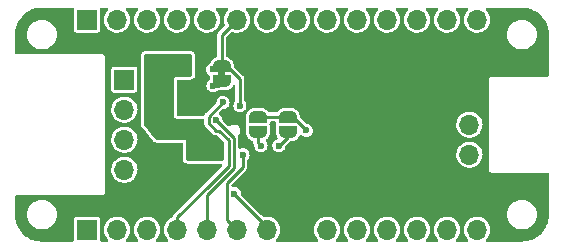
<source format=gbl>
%TF.GenerationSoftware,KiCad,Pcbnew,(6.0.0-0)*%
%TF.CreationDate,2023-05-28T12:29:54+10:00*%
%TF.ProjectId,motor-driver,6d6f746f-722d-4647-9269-7665722e6b69,v1.0.0*%
%TF.SameCoordinates,Original*%
%TF.FileFunction,Copper,L2,Bot*%
%TF.FilePolarity,Positive*%
%FSLAX46Y46*%
G04 Gerber Fmt 4.6, Leading zero omitted, Abs format (unit mm)*
G04 Created by KiCad (PCBNEW (6.0.0-0)) date 2023-05-28 12:29:54*
%MOMM*%
%LPD*%
G01*
G04 APERTURE LIST*
G04 Aperture macros list*
%AMFreePoly0*
4,1,22,0.500000,-0.750000,0.000000,-0.750000,0.000000,-0.745033,-0.079941,-0.743568,-0.215256,-0.701293,-0.333266,-0.622738,-0.424486,-0.514219,-0.481581,-0.384460,-0.499164,-0.250000,-0.500000,-0.250000,-0.500000,0.250000,-0.499164,0.250000,-0.499963,0.256109,-0.478152,0.396186,-0.417904,0.524511,-0.324060,0.630769,-0.204165,0.706417,-0.067858,0.745374,0.000000,0.744959,0.000000,0.750000,
0.500000,0.750000,0.500000,-0.750000,0.500000,-0.750000,$1*%
%AMFreePoly1*
4,1,20,0.000000,0.744959,0.073905,0.744508,0.209726,0.703889,0.328688,0.626782,0.421226,0.519385,0.479903,0.390333,0.500000,0.250000,0.500000,-0.250000,0.499851,-0.262216,0.476331,-0.402017,0.414519,-0.529596,0.319384,-0.634700,0.198574,-0.708877,0.061801,-0.746166,0.000000,-0.745033,0.000000,-0.750000,-0.500000,-0.750000,-0.500000,0.750000,0.000000,0.750000,0.000000,0.744959,
0.000000,0.744959,$1*%
G04 Aperture macros list end*
%TA.AperFunction,ComponentPad*%
%ADD10R,1.700000X1.700000*%
%TD*%
%TA.AperFunction,ComponentPad*%
%ADD11O,1.700000X1.700000*%
%TD*%
%TA.AperFunction,SMDPad,CuDef*%
%ADD12FreePoly0,270.000000*%
%TD*%
%TA.AperFunction,SMDPad,CuDef*%
%ADD13FreePoly1,270.000000*%
%TD*%
%TA.AperFunction,ViaPad*%
%ADD14C,0.600000*%
%TD*%
%TA.AperFunction,ViaPad*%
%ADD15C,0.800000*%
%TD*%
%TA.AperFunction,Conductor*%
%ADD16C,0.250000*%
%TD*%
G04 APERTURE END LIST*
%TO.C,JP1*%
G36*
X140000000Y-94992000D02*
G01*
X139400000Y-94992000D01*
X139400000Y-94492000D01*
X140000000Y-94492000D01*
X140000000Y-94992000D01*
G37*
%TD*%
D10*
%TO.P,J2,1,Pin_1*%
%TO.N,GND*%
X160655000Y-96520000D03*
D11*
%TO.P,J2,2,Pin_2*%
%TO.N,/Vboost*%
X160655000Y-99060000D03*
%TO.P,J2,3,Pin_3*%
%TO.N,VDC*%
X160655000Y-101600000D03*
%TD*%
D10*
%TO.P,J3,1,Pin_1*%
%TO.N,/M1+*%
X131445000Y-95250000D03*
D11*
%TO.P,J3,2,Pin_2*%
%TO.N,/M1-*%
X131445000Y-97790000D03*
%TO.P,J3,3,Pin_3*%
%TO.N,/M2+*%
X131445000Y-100330000D03*
%TO.P,J3,4,Pin_4*%
%TO.N,/M2-*%
X131445000Y-102870000D03*
%TD*%
D12*
%TO.P,JP2,1,A*%
%TO.N,Net-(JP2-Pad1)*%
X145288000Y-98410000D03*
D13*
%TO.P,JP2,2,B*%
%TO.N,Net-(JP2-Pad2)*%
X145288000Y-99710000D03*
%TD*%
D10*
%TO.P,J4,1,Pin_1*%
%TO.N,unconnected-(J4-Pad1)*%
X128280000Y-90170000D03*
D11*
%TO.P,J4,2,Pin_2*%
%TO.N,unconnected-(J4-Pad2)*%
X130820000Y-90170000D03*
%TO.P,J4,3,Pin_3*%
%TO.N,unconnected-(J4-Pad3)*%
X133360000Y-90170000D03*
%TO.P,J4,4,Pin_4*%
%TO.N,unconnected-(J4-Pad4)*%
X135900000Y-90170000D03*
%TO.P,J4,5,Pin_5*%
%TO.N,unconnected-(J4-Pad5)*%
X138440000Y-90170000D03*
%TO.P,J4,6,Pin_6*%
%TO.N,+3V3*%
X140980000Y-90170000D03*
%TO.P,J4,7,Pin_7*%
%TO.N,unconnected-(J4-Pad7)*%
X143520000Y-90170000D03*
%TO.P,J4,8,Pin_8*%
%TO.N,unconnected-(J4-Pad8)*%
X146060000Y-90170000D03*
%TO.P,J4,9,Pin_9*%
%TO.N,unconnected-(J4-Pad9)*%
X148600000Y-90170000D03*
%TO.P,J4,10,Pin_10*%
%TO.N,unconnected-(J4-Pad10)*%
X151140000Y-90170000D03*
%TO.P,J4,11,Pin_11*%
%TO.N,unconnected-(J4-Pad11)*%
X153680000Y-90170000D03*
%TO.P,J4,12,Pin_12*%
%TO.N,unconnected-(J4-Pad12)*%
X156220000Y-90170000D03*
%TO.P,J4,13,Pin_13*%
%TO.N,unconnected-(J4-Pad13)*%
X158760000Y-90170000D03*
%TO.P,J4,14,Pin_14*%
%TO.N,/Vin*%
X161300000Y-90170000D03*
%TD*%
D10*
%TO.P,J1,1,Pin_1*%
%TO.N,unconnected-(J1-Pad1)*%
X128280000Y-107950000D03*
D11*
%TO.P,J1,2,Pin_2*%
%TO.N,unconnected-(J1-Pad2)*%
X130820000Y-107950000D03*
%TO.P,J1,3,Pin_3*%
%TO.N,unconnected-(J1-Pad3)*%
X133360000Y-107950000D03*
%TO.P,J1,4,Pin_4*%
%TO.N,/AIN1*%
X135900000Y-107950000D03*
%TO.P,J1,5,Pin_5*%
%TO.N,/BIN1*%
X138440000Y-107950000D03*
%TO.P,J1,6,Pin_6*%
%TO.N,/AIN2*%
X140980000Y-107950000D03*
%TO.P,J1,7,Pin_7*%
%TO.N,/BIN2*%
X143520000Y-107950000D03*
%TO.P,J1,8,Pin_8*%
%TO.N,GND*%
X146060000Y-107950000D03*
%TO.P,J1,9,Pin_9*%
%TO.N,unconnected-(J1-Pad9)*%
X148600000Y-107950000D03*
%TO.P,J1,10,Pin_10*%
%TO.N,unconnected-(J1-Pad10)*%
X151140000Y-107950000D03*
%TO.P,J1,11,Pin_11*%
%TO.N,unconnected-(J1-Pad11)*%
X153680000Y-107950000D03*
%TO.P,J1,12,Pin_12*%
%TO.N,unconnected-(J1-Pad12)*%
X156220000Y-107950000D03*
%TO.P,J1,13,Pin_13*%
%TO.N,unconnected-(J1-Pad13)*%
X158760000Y-107950000D03*
%TO.P,J1,14,Pin_14*%
%TO.N,unconnected-(J1-Pad14)*%
X161300000Y-107950000D03*
%TD*%
D12*
%TO.P,JP3,1,A*%
%TO.N,Net-(JP2-Pad1)*%
X142748000Y-98410000D03*
D13*
%TO.P,JP3,2,B*%
%TO.N,Net-(JP3-Pad2)*%
X142748000Y-99710000D03*
%TD*%
D12*
%TO.P,JP1,1,A*%
%TO.N,+3V3*%
X139700000Y-94092000D03*
D13*
%TO.P,JP1,2,B*%
%TO.N,Net-(JP1-Pad2)*%
X139700000Y-95392000D03*
%TD*%
D14*
%TO.N,GND*%
X137160000Y-96774000D03*
X143510000Y-92710000D03*
X145415000Y-94615000D03*
X143510000Y-94615000D03*
X137160000Y-97790000D03*
D15*
X135128000Y-101092000D03*
D14*
X137922000Y-91948000D03*
X136144000Y-91948000D03*
X134239000Y-91948000D03*
D15*
X155956000Y-100838000D03*
X135128000Y-102362000D03*
D14*
X141605000Y-94615000D03*
D15*
X150622000Y-100838000D03*
D14*
X146050000Y-100838000D03*
X145415000Y-92710000D03*
X132334000Y-91948000D03*
D15*
X135128000Y-104902000D03*
D14*
X137160000Y-95758000D03*
D15*
X135128000Y-103632000D03*
D14*
X141605000Y-92710000D03*
%TO.N,+3V3*%
X138935170Y-94392720D03*
X141222731Y-97456481D03*
%TO.N,Vdrive*%
X133858000Y-93472000D03*
X134874000Y-93472000D03*
X133858000Y-94488000D03*
X134874000Y-94488000D03*
X139192000Y-101600000D03*
X139192000Y-100584000D03*
X138176000Y-101600000D03*
X138176000Y-100584000D03*
%TO.N,/AIN1*%
X139797406Y-97168489D03*
%TO.N,/BIN1*%
X139192000Y-98687161D03*
%TO.N,/AIN2*%
X141478000Y-101600000D03*
%TO.N,/BIN2*%
X140754500Y-104902000D03*
%TO.N,Net-(JP1-Pad2)*%
X138938000Y-95758000D03*
%TO.N,Net-(JP2-Pad1)*%
X146841089Y-99538911D03*
%TO.N,Net-(JP2-Pad2)*%
X144526000Y-100838000D03*
%TO.N,Net-(JP3-Pad2)*%
X143002000Y-100838000D03*
%TD*%
D16*
%TO.N,+3V3*%
X139399280Y-94392720D02*
X139700000Y-94092000D01*
X138935170Y-94392720D02*
X139399280Y-94392720D01*
X139700000Y-91450000D02*
X140980000Y-90170000D01*
X141222731Y-95205791D02*
X141222731Y-97456481D01*
X140108940Y-94092000D02*
X141222731Y-95205791D01*
X139700000Y-94092000D02*
X140108940Y-94092000D01*
X139700000Y-91450000D02*
X139700000Y-94092000D01*
%TO.N,/AIN1*%
X138567489Y-98945843D02*
X138567489Y-98398406D01*
X135900000Y-106922564D02*
X138683282Y-104139282D01*
X140207282Y-102615282D02*
X140266480Y-102556084D01*
X138683282Y-104139282D02*
X140207282Y-102615282D01*
X140266480Y-100584000D02*
X140266480Y-100397359D01*
X135900000Y-107950000D02*
X135900000Y-106922564D01*
X138567489Y-98398406D02*
X139797406Y-97168489D01*
X139194085Y-99572439D02*
X138567489Y-98945843D01*
X139441560Y-99572439D02*
X139194085Y-99572439D01*
X140266480Y-102556084D02*
X140266480Y-100584000D01*
X140266480Y-100397359D02*
X139441560Y-99572439D01*
%TO.N,/BIN1*%
X140716000Y-100211161D02*
X140716000Y-102742282D01*
X140716000Y-102742282D02*
X138440000Y-105018282D01*
X139192000Y-98687161D02*
X140716000Y-100211161D01*
X138440000Y-105018282D02*
X138440000Y-107950000D01*
%TO.N,/AIN2*%
X140130000Y-107100000D02*
X140130000Y-103964000D01*
X141478000Y-102616000D02*
X141478000Y-101600000D01*
X140130000Y-103964000D02*
X141478000Y-102616000D01*
X140980000Y-107950000D02*
X140130000Y-107100000D01*
%TO.N,/BIN2*%
X143520000Y-107706000D02*
X143520000Y-107950000D01*
X140754500Y-104940500D02*
X143520000Y-107706000D01*
X140754500Y-104902000D02*
X140754500Y-104940500D01*
%TO.N,Net-(JP1-Pad2)*%
X139334000Y-95758000D02*
X139700000Y-95392000D01*
X138938000Y-95758000D02*
X139334000Y-95758000D01*
%TO.N,Net-(JP2-Pad1)*%
X145288000Y-98410000D02*
X145712178Y-98410000D01*
X145712178Y-98410000D02*
X146841089Y-99538911D01*
X142748000Y-98410000D02*
X145288000Y-98410000D01*
%TO.N,Net-(JP2-Pad2)*%
X145288000Y-100076000D02*
X144526000Y-100838000D01*
X145288000Y-99710000D02*
X145288000Y-100076000D01*
%TO.N,Net-(JP3-Pad2)*%
X142748000Y-100584000D02*
X143002000Y-100838000D01*
X142748000Y-99710000D02*
X142748000Y-100584000D01*
%TD*%
%TA.AperFunction,Conductor*%
%TO.N,GND*%
G36*
X138430000Y-95535441D02*
G01*
X138397772Y-95613246D01*
X138378715Y-95758000D01*
X138397772Y-95902754D01*
X138400931Y-95910380D01*
X138430000Y-95980559D01*
X138430000Y-97999201D01*
X138337273Y-98091928D01*
X138318525Y-98107070D01*
X138317300Y-98108185D01*
X138308549Y-98113835D01*
X138302102Y-98122013D01*
X138302100Y-98122015D01*
X138287760Y-98140206D01*
X138283814Y-98144647D01*
X138283887Y-98144709D01*
X138280528Y-98148673D01*
X138276851Y-98152350D01*
X138265597Y-98168098D01*
X138262091Y-98172768D01*
X138230333Y-98213053D01*
X138227301Y-98221687D01*
X138221975Y-98229140D01*
X138218990Y-98239121D01*
X138207288Y-98278250D01*
X138205453Y-98283898D01*
X138200501Y-98298000D01*
X135890000Y-98298000D01*
X135890000Y-95250000D01*
X138430000Y-95250000D01*
X138430000Y-95535441D01*
G37*
%TD.AperFunction*%
%TD*%
%TA.AperFunction,Conductor*%
%TO.N,Vdrive*%
G36*
X137102121Y-93111002D02*
G01*
X137148614Y-93164658D01*
X137160000Y-93217000D01*
X137160000Y-94870000D01*
X137139998Y-94938121D01*
X137086342Y-94984614D01*
X137034000Y-94996000D01*
X135890000Y-94996000D01*
X135859351Y-95002097D01*
X135804967Y-95012914D01*
X135804965Y-95012915D01*
X135792798Y-95015335D01*
X135782483Y-95022227D01*
X135782481Y-95022228D01*
X135765724Y-95033425D01*
X135710395Y-95070395D01*
X135703502Y-95080711D01*
X135662228Y-95142481D01*
X135662227Y-95142483D01*
X135655335Y-95152798D01*
X135652915Y-95164965D01*
X135652914Y-95164967D01*
X135642097Y-95219351D01*
X135636000Y-95250000D01*
X135636000Y-98298000D01*
X135655335Y-98395202D01*
X135662227Y-98405517D01*
X135662228Y-98405519D01*
X135703502Y-98467289D01*
X135710395Y-98477605D01*
X135720711Y-98484498D01*
X135782481Y-98525772D01*
X135782483Y-98525773D01*
X135792798Y-98532665D01*
X135804965Y-98535085D01*
X135804967Y-98535086D01*
X135859351Y-98545903D01*
X135890000Y-98552000D01*
X138061989Y-98552000D01*
X138130110Y-98572002D01*
X138176603Y-98625658D01*
X138187989Y-98678000D01*
X138187989Y-98891923D01*
X138185440Y-98915871D01*
X138185361Y-98917536D01*
X138183169Y-98927719D01*
X138184393Y-98938060D01*
X138187116Y-98961066D01*
X138187466Y-98966997D01*
X138187561Y-98966989D01*
X138187989Y-98972167D01*
X138187989Y-98977367D01*
X138188843Y-98982496D01*
X138188843Y-98982499D01*
X138191158Y-98996408D01*
X138191995Y-99002286D01*
X138198019Y-99053184D01*
X138201982Y-99061436D01*
X138203485Y-99070469D01*
X138208432Y-99079638D01*
X138208433Y-99079640D01*
X138227823Y-99115575D01*
X138230520Y-99120868D01*
X138249274Y-99159925D01*
X138249277Y-99159929D01*
X138252708Y-99167075D01*
X138256303Y-99171351D01*
X138258226Y-99173274D01*
X138259998Y-99175206D01*
X138260041Y-99175285D01*
X138259917Y-99175398D01*
X138260393Y-99175938D01*
X138263479Y-99181657D01*
X138271124Y-99188724D01*
X138303075Y-99218259D01*
X138306641Y-99221689D01*
X138887607Y-99802655D01*
X138902749Y-99821403D01*
X138903864Y-99822628D01*
X138909514Y-99831379D01*
X138917692Y-99837826D01*
X138917694Y-99837828D01*
X138935885Y-99852168D01*
X138940327Y-99856115D01*
X138940389Y-99856042D01*
X138944352Y-99859400D01*
X138948029Y-99863077D01*
X138952258Y-99866099D01*
X138963731Y-99874298D01*
X138968477Y-99877861D01*
X138986936Y-99892412D01*
X139008732Y-99909595D01*
X139017368Y-99912628D01*
X139024820Y-99917953D01*
X139071485Y-99931909D01*
X139073940Y-99932643D01*
X139079587Y-99934478D01*
X139120455Y-99948830D01*
X139120457Y-99948830D01*
X139127936Y-99951457D01*
X139133501Y-99951939D01*
X139136208Y-99951939D01*
X139138840Y-99952053D01*
X139138941Y-99952083D01*
X139138934Y-99952246D01*
X139139634Y-99952290D01*
X139145863Y-99954153D01*
X139196644Y-99952157D01*
X139199735Y-99952036D01*
X139204683Y-99951939D01*
X139232176Y-99951939D01*
X139300297Y-99971941D01*
X139321271Y-99988844D01*
X139850075Y-100517648D01*
X139884101Y-100579960D01*
X139886980Y-100606743D01*
X139886980Y-101982000D01*
X139866978Y-102050121D01*
X139813322Y-102096614D01*
X139760980Y-102108000D01*
X136778000Y-102108000D01*
X136709879Y-102087998D01*
X136663386Y-102034342D01*
X136652000Y-101982000D01*
X136652000Y-100330000D01*
X134172559Y-100330000D01*
X134104438Y-100309998D01*
X134074170Y-100282712D01*
X133123611Y-99094514D01*
X133096675Y-99028825D01*
X133096000Y-99015802D01*
X133096000Y-93217000D01*
X133116002Y-93148879D01*
X133169658Y-93102386D01*
X133222000Y-93091000D01*
X137034000Y-93091000D01*
X137102121Y-93111002D01*
G37*
%TD.AperFunction*%
%TD*%
%TA.AperFunction,Conductor*%
%TO.N,GND*%
G36*
X142736608Y-89174002D02*
G01*
X142783101Y-89227658D01*
X142793205Y-89297932D01*
X142763711Y-89362512D01*
X142751565Y-89374732D01*
X142715392Y-89406455D01*
X142589720Y-89565869D01*
X142587031Y-89570980D01*
X142587029Y-89570983D01*
X142574073Y-89595609D01*
X142495203Y-89745515D01*
X142435007Y-89939378D01*
X142411148Y-90140964D01*
X142424424Y-90343522D01*
X142425845Y-90349118D01*
X142425846Y-90349123D01*
X142446119Y-90428945D01*
X142474392Y-90540269D01*
X142476807Y-90545507D01*
X142476809Y-90545512D01*
X142512264Y-90622420D01*
X142559377Y-90724616D01*
X142676533Y-90890389D01*
X142680675Y-90894424D01*
X142782777Y-90993886D01*
X142821938Y-91032035D01*
X142990720Y-91144812D01*
X142996023Y-91147090D01*
X142996026Y-91147092D01*
X143169014Y-91221413D01*
X143177228Y-91224942D01*
X143250244Y-91241464D01*
X143369579Y-91268467D01*
X143369584Y-91268468D01*
X143375216Y-91269742D01*
X143380987Y-91269969D01*
X143380989Y-91269969D01*
X143440756Y-91272317D01*
X143578053Y-91277712D01*
X143685348Y-91262155D01*
X143773231Y-91249413D01*
X143773236Y-91249412D01*
X143778945Y-91248584D01*
X143784409Y-91246729D01*
X143784414Y-91246728D01*
X143965693Y-91185192D01*
X143965698Y-91185190D01*
X143971165Y-91183334D01*
X143988531Y-91173609D01*
X144045683Y-91141602D01*
X144148276Y-91084147D01*
X144187969Y-91051135D01*
X144299913Y-90958031D01*
X144304345Y-90954345D01*
X144361463Y-90885669D01*
X144430453Y-90802718D01*
X144430455Y-90802715D01*
X144434147Y-90798276D01*
X144524664Y-90636647D01*
X144530510Y-90626208D01*
X144530511Y-90626206D01*
X144533334Y-90621165D01*
X144535190Y-90615698D01*
X144535192Y-90615693D01*
X144596728Y-90434414D01*
X144596729Y-90434409D01*
X144598584Y-90428945D01*
X144599412Y-90423236D01*
X144599413Y-90423231D01*
X144627179Y-90231727D01*
X144627712Y-90228053D01*
X144629232Y-90170000D01*
X144610658Y-89967859D01*
X144605949Y-89951161D01*
X144557125Y-89778046D01*
X144557124Y-89778044D01*
X144555557Y-89772487D01*
X144544978Y-89751033D01*
X144468331Y-89595609D01*
X144465776Y-89590428D01*
X144344320Y-89427779D01*
X144317134Y-89402648D01*
X144284546Y-89372524D01*
X144248101Y-89311596D01*
X144250382Y-89240636D01*
X144290665Y-89182174D01*
X144356160Y-89154771D01*
X144370075Y-89154000D01*
X145208487Y-89154000D01*
X145276608Y-89174002D01*
X145323101Y-89227658D01*
X145333205Y-89297932D01*
X145303711Y-89362512D01*
X145291565Y-89374732D01*
X145255392Y-89406455D01*
X145129720Y-89565869D01*
X145127031Y-89570980D01*
X145127029Y-89570983D01*
X145114073Y-89595609D01*
X145035203Y-89745515D01*
X144975007Y-89939378D01*
X144951148Y-90140964D01*
X144964424Y-90343522D01*
X144965845Y-90349118D01*
X144965846Y-90349123D01*
X144986119Y-90428945D01*
X145014392Y-90540269D01*
X145016807Y-90545507D01*
X145016809Y-90545512D01*
X145052264Y-90622420D01*
X145099377Y-90724616D01*
X145216533Y-90890389D01*
X145220675Y-90894424D01*
X145322777Y-90993886D01*
X145361938Y-91032035D01*
X145530720Y-91144812D01*
X145536023Y-91147090D01*
X145536026Y-91147092D01*
X145709014Y-91221413D01*
X145717228Y-91224942D01*
X145790244Y-91241464D01*
X145909579Y-91268467D01*
X145909584Y-91268468D01*
X145915216Y-91269742D01*
X145920987Y-91269969D01*
X145920989Y-91269969D01*
X145980756Y-91272317D01*
X146118053Y-91277712D01*
X146225348Y-91262155D01*
X146313231Y-91249413D01*
X146313236Y-91249412D01*
X146318945Y-91248584D01*
X146324409Y-91246729D01*
X146324414Y-91246728D01*
X146505693Y-91185192D01*
X146505698Y-91185190D01*
X146511165Y-91183334D01*
X146528531Y-91173609D01*
X146585683Y-91141602D01*
X146688276Y-91084147D01*
X146727969Y-91051135D01*
X146839913Y-90958031D01*
X146844345Y-90954345D01*
X146901463Y-90885669D01*
X146970453Y-90802718D01*
X146970455Y-90802715D01*
X146974147Y-90798276D01*
X147064664Y-90636647D01*
X147070510Y-90626208D01*
X147070511Y-90626206D01*
X147073334Y-90621165D01*
X147075190Y-90615698D01*
X147075192Y-90615693D01*
X147136728Y-90434414D01*
X147136729Y-90434409D01*
X147138584Y-90428945D01*
X147139412Y-90423236D01*
X147139413Y-90423231D01*
X147167179Y-90231727D01*
X147167712Y-90228053D01*
X147169232Y-90170000D01*
X147150658Y-89967859D01*
X147145949Y-89951161D01*
X147097125Y-89778046D01*
X147097124Y-89778044D01*
X147095557Y-89772487D01*
X147084978Y-89751033D01*
X147008331Y-89595609D01*
X147005776Y-89590428D01*
X146884320Y-89427779D01*
X146857134Y-89402648D01*
X146824546Y-89372524D01*
X146788101Y-89311596D01*
X146790382Y-89240636D01*
X146830665Y-89182174D01*
X146896160Y-89154771D01*
X146910075Y-89154000D01*
X147748487Y-89154000D01*
X147816608Y-89174002D01*
X147863101Y-89227658D01*
X147873205Y-89297932D01*
X147843711Y-89362512D01*
X147831565Y-89374732D01*
X147795392Y-89406455D01*
X147669720Y-89565869D01*
X147667031Y-89570980D01*
X147667029Y-89570983D01*
X147654073Y-89595609D01*
X147575203Y-89745515D01*
X147515007Y-89939378D01*
X147491148Y-90140964D01*
X147504424Y-90343522D01*
X147505845Y-90349118D01*
X147505846Y-90349123D01*
X147526119Y-90428945D01*
X147554392Y-90540269D01*
X147556807Y-90545507D01*
X147556809Y-90545512D01*
X147592264Y-90622420D01*
X147639377Y-90724616D01*
X147756533Y-90890389D01*
X147760675Y-90894424D01*
X147862777Y-90993886D01*
X147901938Y-91032035D01*
X148070720Y-91144812D01*
X148076023Y-91147090D01*
X148076026Y-91147092D01*
X148249014Y-91221413D01*
X148257228Y-91224942D01*
X148330244Y-91241464D01*
X148449579Y-91268467D01*
X148449584Y-91268468D01*
X148455216Y-91269742D01*
X148460987Y-91269969D01*
X148460989Y-91269969D01*
X148520756Y-91272317D01*
X148658053Y-91277712D01*
X148765348Y-91262155D01*
X148853231Y-91249413D01*
X148853236Y-91249412D01*
X148858945Y-91248584D01*
X148864409Y-91246729D01*
X148864414Y-91246728D01*
X149045693Y-91185192D01*
X149045698Y-91185190D01*
X149051165Y-91183334D01*
X149068531Y-91173609D01*
X149125683Y-91141602D01*
X149228276Y-91084147D01*
X149267969Y-91051135D01*
X149379913Y-90958031D01*
X149384345Y-90954345D01*
X149441463Y-90885669D01*
X149510453Y-90802718D01*
X149510455Y-90802715D01*
X149514147Y-90798276D01*
X149604664Y-90636647D01*
X149610510Y-90626208D01*
X149610511Y-90626206D01*
X149613334Y-90621165D01*
X149615190Y-90615698D01*
X149615192Y-90615693D01*
X149676728Y-90434414D01*
X149676729Y-90434409D01*
X149678584Y-90428945D01*
X149679412Y-90423236D01*
X149679413Y-90423231D01*
X149707179Y-90231727D01*
X149707712Y-90228053D01*
X149709232Y-90170000D01*
X149690658Y-89967859D01*
X149685949Y-89951161D01*
X149637125Y-89778046D01*
X149637124Y-89778044D01*
X149635557Y-89772487D01*
X149624978Y-89751033D01*
X149548331Y-89595609D01*
X149545776Y-89590428D01*
X149424320Y-89427779D01*
X149397134Y-89402648D01*
X149364546Y-89372524D01*
X149328101Y-89311596D01*
X149330382Y-89240636D01*
X149370665Y-89182174D01*
X149436160Y-89154771D01*
X149450075Y-89154000D01*
X150288487Y-89154000D01*
X150356608Y-89174002D01*
X150403101Y-89227658D01*
X150413205Y-89297932D01*
X150383711Y-89362512D01*
X150371565Y-89374732D01*
X150335392Y-89406455D01*
X150209720Y-89565869D01*
X150207031Y-89570980D01*
X150207029Y-89570983D01*
X150194073Y-89595609D01*
X150115203Y-89745515D01*
X150055007Y-89939378D01*
X150031148Y-90140964D01*
X150044424Y-90343522D01*
X150045845Y-90349118D01*
X150045846Y-90349123D01*
X150066119Y-90428945D01*
X150094392Y-90540269D01*
X150096807Y-90545507D01*
X150096809Y-90545512D01*
X150132264Y-90622420D01*
X150179377Y-90724616D01*
X150296533Y-90890389D01*
X150300675Y-90894424D01*
X150402777Y-90993886D01*
X150441938Y-91032035D01*
X150610720Y-91144812D01*
X150616023Y-91147090D01*
X150616026Y-91147092D01*
X150789014Y-91221413D01*
X150797228Y-91224942D01*
X150870244Y-91241464D01*
X150989579Y-91268467D01*
X150989584Y-91268468D01*
X150995216Y-91269742D01*
X151000987Y-91269969D01*
X151000989Y-91269969D01*
X151060756Y-91272317D01*
X151198053Y-91277712D01*
X151305348Y-91262155D01*
X151393231Y-91249413D01*
X151393236Y-91249412D01*
X151398945Y-91248584D01*
X151404409Y-91246729D01*
X151404414Y-91246728D01*
X151585693Y-91185192D01*
X151585698Y-91185190D01*
X151591165Y-91183334D01*
X151608531Y-91173609D01*
X151665683Y-91141602D01*
X151768276Y-91084147D01*
X151807969Y-91051135D01*
X151919913Y-90958031D01*
X151924345Y-90954345D01*
X151981463Y-90885669D01*
X152050453Y-90802718D01*
X152050455Y-90802715D01*
X152054147Y-90798276D01*
X152144664Y-90636647D01*
X152150510Y-90626208D01*
X152150511Y-90626206D01*
X152153334Y-90621165D01*
X152155190Y-90615698D01*
X152155192Y-90615693D01*
X152216728Y-90434414D01*
X152216729Y-90434409D01*
X152218584Y-90428945D01*
X152219412Y-90423236D01*
X152219413Y-90423231D01*
X152247179Y-90231727D01*
X152247712Y-90228053D01*
X152249232Y-90170000D01*
X152230658Y-89967859D01*
X152225949Y-89951161D01*
X152177125Y-89778046D01*
X152177124Y-89778044D01*
X152175557Y-89772487D01*
X152164978Y-89751033D01*
X152088331Y-89595609D01*
X152085776Y-89590428D01*
X151964320Y-89427779D01*
X151937134Y-89402648D01*
X151904546Y-89372524D01*
X151868101Y-89311596D01*
X151870382Y-89240636D01*
X151910665Y-89182174D01*
X151976160Y-89154771D01*
X151990075Y-89154000D01*
X152828487Y-89154000D01*
X152896608Y-89174002D01*
X152943101Y-89227658D01*
X152953205Y-89297932D01*
X152923711Y-89362512D01*
X152911565Y-89374732D01*
X152875392Y-89406455D01*
X152749720Y-89565869D01*
X152747031Y-89570980D01*
X152747029Y-89570983D01*
X152734073Y-89595609D01*
X152655203Y-89745515D01*
X152595007Y-89939378D01*
X152571148Y-90140964D01*
X152584424Y-90343522D01*
X152585845Y-90349118D01*
X152585846Y-90349123D01*
X152606119Y-90428945D01*
X152634392Y-90540269D01*
X152636807Y-90545507D01*
X152636809Y-90545512D01*
X152672264Y-90622420D01*
X152719377Y-90724616D01*
X152836533Y-90890389D01*
X152840675Y-90894424D01*
X152942777Y-90993886D01*
X152981938Y-91032035D01*
X153150720Y-91144812D01*
X153156023Y-91147090D01*
X153156026Y-91147092D01*
X153329014Y-91221413D01*
X153337228Y-91224942D01*
X153410244Y-91241464D01*
X153529579Y-91268467D01*
X153529584Y-91268468D01*
X153535216Y-91269742D01*
X153540987Y-91269969D01*
X153540989Y-91269969D01*
X153600756Y-91272317D01*
X153738053Y-91277712D01*
X153845348Y-91262155D01*
X153933231Y-91249413D01*
X153933236Y-91249412D01*
X153938945Y-91248584D01*
X153944409Y-91246729D01*
X153944414Y-91246728D01*
X154125693Y-91185192D01*
X154125698Y-91185190D01*
X154131165Y-91183334D01*
X154148531Y-91173609D01*
X154205683Y-91141602D01*
X154308276Y-91084147D01*
X154347969Y-91051135D01*
X154459913Y-90958031D01*
X154464345Y-90954345D01*
X154521463Y-90885669D01*
X154590453Y-90802718D01*
X154590455Y-90802715D01*
X154594147Y-90798276D01*
X154684664Y-90636647D01*
X154690510Y-90626208D01*
X154690511Y-90626206D01*
X154693334Y-90621165D01*
X154695190Y-90615698D01*
X154695192Y-90615693D01*
X154756728Y-90434414D01*
X154756729Y-90434409D01*
X154758584Y-90428945D01*
X154759412Y-90423236D01*
X154759413Y-90423231D01*
X154787179Y-90231727D01*
X154787712Y-90228053D01*
X154789232Y-90170000D01*
X154770658Y-89967859D01*
X154765949Y-89951161D01*
X154717125Y-89778046D01*
X154717124Y-89778044D01*
X154715557Y-89772487D01*
X154704978Y-89751033D01*
X154628331Y-89595609D01*
X154625776Y-89590428D01*
X154504320Y-89427779D01*
X154477134Y-89402648D01*
X154444546Y-89372524D01*
X154408101Y-89311596D01*
X154410382Y-89240636D01*
X154450665Y-89182174D01*
X154516160Y-89154771D01*
X154530075Y-89154000D01*
X155368487Y-89154000D01*
X155436608Y-89174002D01*
X155483101Y-89227658D01*
X155493205Y-89297932D01*
X155463711Y-89362512D01*
X155451565Y-89374732D01*
X155415392Y-89406455D01*
X155289720Y-89565869D01*
X155287031Y-89570980D01*
X155287029Y-89570983D01*
X155274073Y-89595609D01*
X155195203Y-89745515D01*
X155135007Y-89939378D01*
X155111148Y-90140964D01*
X155124424Y-90343522D01*
X155125845Y-90349118D01*
X155125846Y-90349123D01*
X155146119Y-90428945D01*
X155174392Y-90540269D01*
X155176807Y-90545507D01*
X155176809Y-90545512D01*
X155212264Y-90622420D01*
X155259377Y-90724616D01*
X155376533Y-90890389D01*
X155380675Y-90894424D01*
X155482777Y-90993886D01*
X155521938Y-91032035D01*
X155690720Y-91144812D01*
X155696023Y-91147090D01*
X155696026Y-91147092D01*
X155869014Y-91221413D01*
X155877228Y-91224942D01*
X155950244Y-91241464D01*
X156069579Y-91268467D01*
X156069584Y-91268468D01*
X156075216Y-91269742D01*
X156080987Y-91269969D01*
X156080989Y-91269969D01*
X156140756Y-91272317D01*
X156278053Y-91277712D01*
X156385348Y-91262155D01*
X156473231Y-91249413D01*
X156473236Y-91249412D01*
X156478945Y-91248584D01*
X156484409Y-91246729D01*
X156484414Y-91246728D01*
X156665693Y-91185192D01*
X156665698Y-91185190D01*
X156671165Y-91183334D01*
X156688531Y-91173609D01*
X156745683Y-91141602D01*
X156848276Y-91084147D01*
X156887969Y-91051135D01*
X156999913Y-90958031D01*
X157004345Y-90954345D01*
X157061463Y-90885669D01*
X157130453Y-90802718D01*
X157130455Y-90802715D01*
X157134147Y-90798276D01*
X157224664Y-90636647D01*
X157230510Y-90626208D01*
X157230511Y-90626206D01*
X157233334Y-90621165D01*
X157235190Y-90615698D01*
X157235192Y-90615693D01*
X157296728Y-90434414D01*
X157296729Y-90434409D01*
X157298584Y-90428945D01*
X157299412Y-90423236D01*
X157299413Y-90423231D01*
X157327179Y-90231727D01*
X157327712Y-90228053D01*
X157329232Y-90170000D01*
X157310658Y-89967859D01*
X157305949Y-89951161D01*
X157257125Y-89778046D01*
X157257124Y-89778044D01*
X157255557Y-89772487D01*
X157244978Y-89751033D01*
X157168331Y-89595609D01*
X157165776Y-89590428D01*
X157044320Y-89427779D01*
X157017134Y-89402648D01*
X156984546Y-89372524D01*
X156948101Y-89311596D01*
X156950382Y-89240636D01*
X156990665Y-89182174D01*
X157056160Y-89154771D01*
X157070075Y-89154000D01*
X157908487Y-89154000D01*
X157976608Y-89174002D01*
X158023101Y-89227658D01*
X158033205Y-89297932D01*
X158003711Y-89362512D01*
X157991565Y-89374732D01*
X157955392Y-89406455D01*
X157829720Y-89565869D01*
X157827031Y-89570980D01*
X157827029Y-89570983D01*
X157814073Y-89595609D01*
X157735203Y-89745515D01*
X157675007Y-89939378D01*
X157651148Y-90140964D01*
X157664424Y-90343522D01*
X157665845Y-90349118D01*
X157665846Y-90349123D01*
X157686119Y-90428945D01*
X157714392Y-90540269D01*
X157716807Y-90545507D01*
X157716809Y-90545512D01*
X157752264Y-90622420D01*
X157799377Y-90724616D01*
X157916533Y-90890389D01*
X157920675Y-90894424D01*
X158022777Y-90993886D01*
X158061938Y-91032035D01*
X158230720Y-91144812D01*
X158236023Y-91147090D01*
X158236026Y-91147092D01*
X158409014Y-91221413D01*
X158417228Y-91224942D01*
X158490244Y-91241464D01*
X158609579Y-91268467D01*
X158609584Y-91268468D01*
X158615216Y-91269742D01*
X158620987Y-91269969D01*
X158620989Y-91269969D01*
X158680756Y-91272317D01*
X158818053Y-91277712D01*
X158925348Y-91262155D01*
X159013231Y-91249413D01*
X159013236Y-91249412D01*
X159018945Y-91248584D01*
X159024409Y-91246729D01*
X159024414Y-91246728D01*
X159205693Y-91185192D01*
X159205698Y-91185190D01*
X159211165Y-91183334D01*
X159228531Y-91173609D01*
X159285683Y-91141602D01*
X159388276Y-91084147D01*
X159427969Y-91051135D01*
X159539913Y-90958031D01*
X159544345Y-90954345D01*
X159601463Y-90885669D01*
X159670453Y-90802718D01*
X159670455Y-90802715D01*
X159674147Y-90798276D01*
X159764664Y-90636647D01*
X159770510Y-90626208D01*
X159770511Y-90626206D01*
X159773334Y-90621165D01*
X159775190Y-90615698D01*
X159775192Y-90615693D01*
X159836728Y-90434414D01*
X159836729Y-90434409D01*
X159838584Y-90428945D01*
X159839412Y-90423236D01*
X159839413Y-90423231D01*
X159867179Y-90231727D01*
X159867712Y-90228053D01*
X159869232Y-90170000D01*
X159850658Y-89967859D01*
X159845949Y-89951161D01*
X159797125Y-89778046D01*
X159797124Y-89778044D01*
X159795557Y-89772487D01*
X159784978Y-89751033D01*
X159708331Y-89595609D01*
X159705776Y-89590428D01*
X159584320Y-89427779D01*
X159557134Y-89402648D01*
X159524546Y-89372524D01*
X159488101Y-89311596D01*
X159490382Y-89240636D01*
X159530665Y-89182174D01*
X159596160Y-89154771D01*
X159610075Y-89154000D01*
X160448487Y-89154000D01*
X160516608Y-89174002D01*
X160563101Y-89227658D01*
X160573205Y-89297932D01*
X160543711Y-89362512D01*
X160531565Y-89374732D01*
X160495392Y-89406455D01*
X160369720Y-89565869D01*
X160367031Y-89570980D01*
X160367029Y-89570983D01*
X160354073Y-89595609D01*
X160275203Y-89745515D01*
X160215007Y-89939378D01*
X160191148Y-90140964D01*
X160204424Y-90343522D01*
X160205845Y-90349118D01*
X160205846Y-90349123D01*
X160226119Y-90428945D01*
X160254392Y-90540269D01*
X160256807Y-90545507D01*
X160256809Y-90545512D01*
X160292264Y-90622420D01*
X160339377Y-90724616D01*
X160456533Y-90890389D01*
X160460675Y-90894424D01*
X160562777Y-90993886D01*
X160601938Y-91032035D01*
X160770720Y-91144812D01*
X160776023Y-91147090D01*
X160776026Y-91147092D01*
X160949014Y-91221413D01*
X160957228Y-91224942D01*
X161030244Y-91241464D01*
X161149579Y-91268467D01*
X161149584Y-91268468D01*
X161155216Y-91269742D01*
X161160987Y-91269969D01*
X161160989Y-91269969D01*
X161220756Y-91272317D01*
X161358053Y-91277712D01*
X161465348Y-91262155D01*
X161553231Y-91249413D01*
X161553236Y-91249412D01*
X161558945Y-91248584D01*
X161564409Y-91246729D01*
X161564414Y-91246728D01*
X161745693Y-91185192D01*
X161745698Y-91185190D01*
X161751165Y-91183334D01*
X161768531Y-91173609D01*
X161825683Y-91141602D01*
X161928276Y-91084147D01*
X161967969Y-91051135D01*
X162079913Y-90958031D01*
X162084345Y-90954345D01*
X162141463Y-90885669D01*
X162210453Y-90802718D01*
X162210455Y-90802715D01*
X162214147Y-90798276D01*
X162304664Y-90636647D01*
X162310510Y-90626208D01*
X162310511Y-90626206D01*
X162313334Y-90621165D01*
X162315190Y-90615698D01*
X162315192Y-90615693D01*
X162376728Y-90434414D01*
X162376729Y-90434409D01*
X162378584Y-90428945D01*
X162379412Y-90423236D01*
X162379413Y-90423231D01*
X162407179Y-90231727D01*
X162407712Y-90228053D01*
X162409232Y-90170000D01*
X162390658Y-89967859D01*
X162385949Y-89951161D01*
X162337125Y-89778046D01*
X162337124Y-89778044D01*
X162335557Y-89772487D01*
X162324978Y-89751033D01*
X162248331Y-89595609D01*
X162245776Y-89590428D01*
X162124320Y-89427779D01*
X162097134Y-89402648D01*
X162064546Y-89372524D01*
X162028101Y-89311596D01*
X162030382Y-89240636D01*
X162070665Y-89182174D01*
X162136160Y-89154771D01*
X162150075Y-89154000D01*
X165062575Y-89154000D01*
X165087153Y-89156421D01*
X165100000Y-89158976D01*
X165112170Y-89156555D01*
X165124583Y-89156555D01*
X165124583Y-89156880D01*
X165135419Y-89156142D01*
X165291125Y-89165561D01*
X165367940Y-89170208D01*
X165383044Y-89172042D01*
X165639577Y-89219053D01*
X165654350Y-89222694D01*
X165903358Y-89300288D01*
X165917576Y-89305680D01*
X166155406Y-89412720D01*
X166168876Y-89419789D01*
X166392074Y-89554717D01*
X166404596Y-89563360D01*
X166609904Y-89724209D01*
X166621292Y-89734299D01*
X166805701Y-89918708D01*
X166815791Y-89930096D01*
X166976640Y-90135404D01*
X166985283Y-90147926D01*
X167120211Y-90371124D01*
X167127280Y-90384594D01*
X167197345Y-90540269D01*
X167234318Y-90622420D01*
X167239712Y-90636642D01*
X167292516Y-90806096D01*
X167317306Y-90885650D01*
X167320947Y-90900423D01*
X167367958Y-91156956D01*
X167369792Y-91172060D01*
X167370986Y-91191800D01*
X167383689Y-91401778D01*
X167383858Y-91404578D01*
X167383120Y-91415417D01*
X167383445Y-91415417D01*
X167383445Y-91427830D01*
X167381024Y-91440000D01*
X167383445Y-91452170D01*
X167383579Y-91452844D01*
X167386000Y-91477425D01*
X167386000Y-94870000D01*
X167365998Y-94938121D01*
X167312342Y-94984614D01*
X167260000Y-94996000D01*
X162597425Y-94996000D01*
X162572847Y-94993579D01*
X162560000Y-94991024D01*
X162460894Y-95010737D01*
X162376876Y-95066876D01*
X162369983Y-95077192D01*
X162333414Y-95131922D01*
X162320737Y-95150894D01*
X162306651Y-95221716D01*
X162306214Y-95223911D01*
X162306212Y-95223915D01*
X162306213Y-95223915D01*
X162301024Y-95250000D01*
X162303445Y-95262170D01*
X162303579Y-95262844D01*
X162306000Y-95287425D01*
X162306000Y-102832575D01*
X162303579Y-102857153D01*
X162301024Y-102870000D01*
X162306000Y-102895017D01*
X162320737Y-102969106D01*
X162376876Y-103053124D01*
X162460894Y-103109263D01*
X162560000Y-103128976D01*
X162572847Y-103126421D01*
X162597425Y-103124000D01*
X167260000Y-103124000D01*
X167328121Y-103144002D01*
X167374614Y-103197658D01*
X167386000Y-103250000D01*
X167386000Y-106642575D01*
X167383579Y-106667153D01*
X167381024Y-106680000D01*
X167383445Y-106692170D01*
X167383445Y-106704583D01*
X167383120Y-106704583D01*
X167383858Y-106715419D01*
X167375781Y-106848934D01*
X167369792Y-106947940D01*
X167367958Y-106963044D01*
X167320947Y-107219577D01*
X167317306Y-107234350D01*
X167274903Y-107370428D01*
X167239714Y-107483353D01*
X167234320Y-107497576D01*
X167136977Y-107713861D01*
X167127282Y-107735403D01*
X167120211Y-107748876D01*
X166985283Y-107972074D01*
X166976640Y-107984596D01*
X166815791Y-108189904D01*
X166805701Y-108201292D01*
X166621292Y-108385701D01*
X166609904Y-108395791D01*
X166404596Y-108556640D01*
X166392074Y-108565283D01*
X166168876Y-108700211D01*
X166155406Y-108707280D01*
X165917576Y-108814320D01*
X165903358Y-108819712D01*
X165748788Y-108867878D01*
X165654350Y-108897306D01*
X165639577Y-108900947D01*
X165383044Y-108947958D01*
X165367940Y-108949792D01*
X165291125Y-108954439D01*
X165135419Y-108963858D01*
X165124583Y-108963120D01*
X165124583Y-108963445D01*
X165112170Y-108963445D01*
X165100000Y-108961024D01*
X165087153Y-108963579D01*
X165062575Y-108966000D01*
X162154357Y-108966000D01*
X162086236Y-108945998D01*
X162039743Y-108892342D01*
X162029639Y-108822068D01*
X162059133Y-108757488D01*
X162073788Y-108743126D01*
X162079908Y-108738036D01*
X162079913Y-108738031D01*
X162084345Y-108734345D01*
X162214147Y-108578276D01*
X162313334Y-108401165D01*
X162315190Y-108395698D01*
X162315192Y-108395693D01*
X162376728Y-108214414D01*
X162376729Y-108214409D01*
X162378584Y-108208945D01*
X162379412Y-108203236D01*
X162379413Y-108203231D01*
X162407179Y-108011727D01*
X162407712Y-108008053D01*
X162409232Y-107950000D01*
X162397797Y-107825551D01*
X162391187Y-107753613D01*
X162391186Y-107753610D01*
X162390658Y-107747859D01*
X162387145Y-107735403D01*
X162337125Y-107558046D01*
X162337124Y-107558044D01*
X162335557Y-107552487D01*
X162324978Y-107531033D01*
X162248331Y-107375609D01*
X162245776Y-107370428D01*
X162124320Y-107207779D01*
X161975258Y-107069987D01*
X161970375Y-107066906D01*
X161970371Y-107066903D01*
X161808464Y-106964748D01*
X161803581Y-106961667D01*
X161615039Y-106886446D01*
X161609379Y-106885320D01*
X161609375Y-106885319D01*
X161421613Y-106847971D01*
X161421610Y-106847971D01*
X161415946Y-106846844D01*
X161410171Y-106846768D01*
X161410167Y-106846768D01*
X161308793Y-106845441D01*
X161212971Y-106844187D01*
X161207274Y-106845166D01*
X161207273Y-106845166D01*
X161037480Y-106874342D01*
X161012910Y-106878564D01*
X160822463Y-106948824D01*
X160648010Y-107052612D01*
X160643670Y-107056418D01*
X160643666Y-107056421D01*
X160532978Y-107153493D01*
X160495392Y-107186455D01*
X160369720Y-107345869D01*
X160367031Y-107350980D01*
X160367029Y-107350983D01*
X160355753Y-107372416D01*
X160275203Y-107525515D01*
X160215007Y-107719378D01*
X160191148Y-107920964D01*
X160204424Y-108123522D01*
X160205845Y-108129118D01*
X160205846Y-108129123D01*
X160226119Y-108208945D01*
X160254392Y-108320269D01*
X160256809Y-108325512D01*
X160294010Y-108406208D01*
X160339377Y-108504616D01*
X160456533Y-108670389D01*
X160460675Y-108674424D01*
X160537996Y-108749746D01*
X160572834Y-108811607D01*
X160568697Y-108882483D01*
X160526898Y-108939871D01*
X160460709Y-108965550D01*
X160450075Y-108966000D01*
X159614357Y-108966000D01*
X159546236Y-108945998D01*
X159499743Y-108892342D01*
X159489639Y-108822068D01*
X159519133Y-108757488D01*
X159533788Y-108743126D01*
X159539908Y-108738036D01*
X159539913Y-108738031D01*
X159544345Y-108734345D01*
X159674147Y-108578276D01*
X159773334Y-108401165D01*
X159775190Y-108395698D01*
X159775192Y-108395693D01*
X159836728Y-108214414D01*
X159836729Y-108214409D01*
X159838584Y-108208945D01*
X159839412Y-108203236D01*
X159839413Y-108203231D01*
X159867179Y-108011727D01*
X159867712Y-108008053D01*
X159869232Y-107950000D01*
X159857797Y-107825551D01*
X159851187Y-107753613D01*
X159851186Y-107753610D01*
X159850658Y-107747859D01*
X159847145Y-107735403D01*
X159797125Y-107558046D01*
X159797124Y-107558044D01*
X159795557Y-107552487D01*
X159784978Y-107531033D01*
X159708331Y-107375609D01*
X159705776Y-107370428D01*
X159584320Y-107207779D01*
X159435258Y-107069987D01*
X159430375Y-107066906D01*
X159430371Y-107066903D01*
X159268464Y-106964748D01*
X159263581Y-106961667D01*
X159075039Y-106886446D01*
X159069379Y-106885320D01*
X159069375Y-106885319D01*
X158881613Y-106847971D01*
X158881610Y-106847971D01*
X158875946Y-106846844D01*
X158870171Y-106846768D01*
X158870167Y-106846768D01*
X158768793Y-106845441D01*
X158672971Y-106844187D01*
X158667274Y-106845166D01*
X158667273Y-106845166D01*
X158497480Y-106874342D01*
X158472910Y-106878564D01*
X158282463Y-106948824D01*
X158108010Y-107052612D01*
X158103670Y-107056418D01*
X158103666Y-107056421D01*
X157992978Y-107153493D01*
X157955392Y-107186455D01*
X157829720Y-107345869D01*
X157827031Y-107350980D01*
X157827029Y-107350983D01*
X157815753Y-107372416D01*
X157735203Y-107525515D01*
X157675007Y-107719378D01*
X157651148Y-107920964D01*
X157664424Y-108123522D01*
X157665845Y-108129118D01*
X157665846Y-108129123D01*
X157686119Y-108208945D01*
X157714392Y-108320269D01*
X157716809Y-108325512D01*
X157754010Y-108406208D01*
X157799377Y-108504616D01*
X157916533Y-108670389D01*
X157920675Y-108674424D01*
X157997996Y-108749746D01*
X158032834Y-108811607D01*
X158028697Y-108882483D01*
X157986898Y-108939871D01*
X157920709Y-108965550D01*
X157910075Y-108966000D01*
X157074357Y-108966000D01*
X157006236Y-108945998D01*
X156959743Y-108892342D01*
X156949639Y-108822068D01*
X156979133Y-108757488D01*
X156993788Y-108743126D01*
X156999908Y-108738036D01*
X156999913Y-108738031D01*
X157004345Y-108734345D01*
X157134147Y-108578276D01*
X157233334Y-108401165D01*
X157235190Y-108395698D01*
X157235192Y-108395693D01*
X157296728Y-108214414D01*
X157296729Y-108214409D01*
X157298584Y-108208945D01*
X157299412Y-108203236D01*
X157299413Y-108203231D01*
X157327179Y-108011727D01*
X157327712Y-108008053D01*
X157329232Y-107950000D01*
X157317797Y-107825551D01*
X157311187Y-107753613D01*
X157311186Y-107753610D01*
X157310658Y-107747859D01*
X157307145Y-107735403D01*
X157257125Y-107558046D01*
X157257124Y-107558044D01*
X157255557Y-107552487D01*
X157244978Y-107531033D01*
X157168331Y-107375609D01*
X157165776Y-107370428D01*
X157044320Y-107207779D01*
X156895258Y-107069987D01*
X156890375Y-107066906D01*
X156890371Y-107066903D01*
X156728464Y-106964748D01*
X156723581Y-106961667D01*
X156535039Y-106886446D01*
X156529379Y-106885320D01*
X156529375Y-106885319D01*
X156341613Y-106847971D01*
X156341610Y-106847971D01*
X156335946Y-106846844D01*
X156330171Y-106846768D01*
X156330167Y-106846768D01*
X156228793Y-106845441D01*
X156132971Y-106844187D01*
X156127274Y-106845166D01*
X156127273Y-106845166D01*
X155957480Y-106874342D01*
X155932910Y-106878564D01*
X155742463Y-106948824D01*
X155568010Y-107052612D01*
X155563670Y-107056418D01*
X155563666Y-107056421D01*
X155452978Y-107153493D01*
X155415392Y-107186455D01*
X155289720Y-107345869D01*
X155287031Y-107350980D01*
X155287029Y-107350983D01*
X155275753Y-107372416D01*
X155195203Y-107525515D01*
X155135007Y-107719378D01*
X155111148Y-107920964D01*
X155124424Y-108123522D01*
X155125845Y-108129118D01*
X155125846Y-108129123D01*
X155146119Y-108208945D01*
X155174392Y-108320269D01*
X155176809Y-108325512D01*
X155214010Y-108406208D01*
X155259377Y-108504616D01*
X155376533Y-108670389D01*
X155380675Y-108674424D01*
X155457996Y-108749746D01*
X155492834Y-108811607D01*
X155488697Y-108882483D01*
X155446898Y-108939871D01*
X155380709Y-108965550D01*
X155370075Y-108966000D01*
X154534357Y-108966000D01*
X154466236Y-108945998D01*
X154419743Y-108892342D01*
X154409639Y-108822068D01*
X154439133Y-108757488D01*
X154453788Y-108743126D01*
X154459908Y-108738036D01*
X154459913Y-108738031D01*
X154464345Y-108734345D01*
X154594147Y-108578276D01*
X154693334Y-108401165D01*
X154695190Y-108395698D01*
X154695192Y-108395693D01*
X154756728Y-108214414D01*
X154756729Y-108214409D01*
X154758584Y-108208945D01*
X154759412Y-108203236D01*
X154759413Y-108203231D01*
X154787179Y-108011727D01*
X154787712Y-108008053D01*
X154789232Y-107950000D01*
X154777797Y-107825551D01*
X154771187Y-107753613D01*
X154771186Y-107753610D01*
X154770658Y-107747859D01*
X154767145Y-107735403D01*
X154717125Y-107558046D01*
X154717124Y-107558044D01*
X154715557Y-107552487D01*
X154704978Y-107531033D01*
X154628331Y-107375609D01*
X154625776Y-107370428D01*
X154504320Y-107207779D01*
X154355258Y-107069987D01*
X154350375Y-107066906D01*
X154350371Y-107066903D01*
X154188464Y-106964748D01*
X154183581Y-106961667D01*
X153995039Y-106886446D01*
X153989379Y-106885320D01*
X153989375Y-106885319D01*
X153801613Y-106847971D01*
X153801610Y-106847971D01*
X153795946Y-106846844D01*
X153790171Y-106846768D01*
X153790167Y-106846768D01*
X153688793Y-106845441D01*
X153592971Y-106844187D01*
X153587274Y-106845166D01*
X153587273Y-106845166D01*
X153417480Y-106874342D01*
X153392910Y-106878564D01*
X153202463Y-106948824D01*
X153028010Y-107052612D01*
X153023670Y-107056418D01*
X153023666Y-107056421D01*
X152912978Y-107153493D01*
X152875392Y-107186455D01*
X152749720Y-107345869D01*
X152747031Y-107350980D01*
X152747029Y-107350983D01*
X152735753Y-107372416D01*
X152655203Y-107525515D01*
X152595007Y-107719378D01*
X152571148Y-107920964D01*
X152584424Y-108123522D01*
X152585845Y-108129118D01*
X152585846Y-108129123D01*
X152606119Y-108208945D01*
X152634392Y-108320269D01*
X152636809Y-108325512D01*
X152674010Y-108406208D01*
X152719377Y-108504616D01*
X152836533Y-108670389D01*
X152840675Y-108674424D01*
X152917996Y-108749746D01*
X152952834Y-108811607D01*
X152948697Y-108882483D01*
X152906898Y-108939871D01*
X152840709Y-108965550D01*
X152830075Y-108966000D01*
X151994357Y-108966000D01*
X151926236Y-108945998D01*
X151879743Y-108892342D01*
X151869639Y-108822068D01*
X151899133Y-108757488D01*
X151913788Y-108743126D01*
X151919908Y-108738036D01*
X151919913Y-108738031D01*
X151924345Y-108734345D01*
X152054147Y-108578276D01*
X152153334Y-108401165D01*
X152155190Y-108395698D01*
X152155192Y-108395693D01*
X152216728Y-108214414D01*
X152216729Y-108214409D01*
X152218584Y-108208945D01*
X152219412Y-108203236D01*
X152219413Y-108203231D01*
X152247179Y-108011727D01*
X152247712Y-108008053D01*
X152249232Y-107950000D01*
X152237797Y-107825551D01*
X152231187Y-107753613D01*
X152231186Y-107753610D01*
X152230658Y-107747859D01*
X152227145Y-107735403D01*
X152177125Y-107558046D01*
X152177124Y-107558044D01*
X152175557Y-107552487D01*
X152164978Y-107531033D01*
X152088331Y-107375609D01*
X152085776Y-107370428D01*
X151964320Y-107207779D01*
X151815258Y-107069987D01*
X151810375Y-107066906D01*
X151810371Y-107066903D01*
X151648464Y-106964748D01*
X151643581Y-106961667D01*
X151455039Y-106886446D01*
X151449379Y-106885320D01*
X151449375Y-106885319D01*
X151261613Y-106847971D01*
X151261610Y-106847971D01*
X151255946Y-106846844D01*
X151250171Y-106846768D01*
X151250167Y-106846768D01*
X151148793Y-106845441D01*
X151052971Y-106844187D01*
X151047274Y-106845166D01*
X151047273Y-106845166D01*
X150877480Y-106874342D01*
X150852910Y-106878564D01*
X150662463Y-106948824D01*
X150488010Y-107052612D01*
X150483670Y-107056418D01*
X150483666Y-107056421D01*
X150372978Y-107153493D01*
X150335392Y-107186455D01*
X150209720Y-107345869D01*
X150207031Y-107350980D01*
X150207029Y-107350983D01*
X150195753Y-107372416D01*
X150115203Y-107525515D01*
X150055007Y-107719378D01*
X150031148Y-107920964D01*
X150044424Y-108123522D01*
X150045845Y-108129118D01*
X150045846Y-108129123D01*
X150066119Y-108208945D01*
X150094392Y-108320269D01*
X150096809Y-108325512D01*
X150134010Y-108406208D01*
X150179377Y-108504616D01*
X150296533Y-108670389D01*
X150300675Y-108674424D01*
X150377996Y-108749746D01*
X150412834Y-108811607D01*
X150408697Y-108882483D01*
X150366898Y-108939871D01*
X150300709Y-108965550D01*
X150290075Y-108966000D01*
X149454357Y-108966000D01*
X149386236Y-108945998D01*
X149339743Y-108892342D01*
X149329639Y-108822068D01*
X149359133Y-108757488D01*
X149373788Y-108743126D01*
X149379908Y-108738036D01*
X149379913Y-108738031D01*
X149384345Y-108734345D01*
X149514147Y-108578276D01*
X149613334Y-108401165D01*
X149615190Y-108395698D01*
X149615192Y-108395693D01*
X149676728Y-108214414D01*
X149676729Y-108214409D01*
X149678584Y-108208945D01*
X149679412Y-108203236D01*
X149679413Y-108203231D01*
X149707179Y-108011727D01*
X149707712Y-108008053D01*
X149709232Y-107950000D01*
X149697797Y-107825551D01*
X149691187Y-107753613D01*
X149691186Y-107753610D01*
X149690658Y-107747859D01*
X149687145Y-107735403D01*
X149637125Y-107558046D01*
X149637124Y-107558044D01*
X149635557Y-107552487D01*
X149624978Y-107531033D01*
X149548331Y-107375609D01*
X149545776Y-107370428D01*
X149424320Y-107207779D01*
X149275258Y-107069987D01*
X149270375Y-107066906D01*
X149270371Y-107066903D01*
X149108464Y-106964748D01*
X149103581Y-106961667D01*
X148915039Y-106886446D01*
X148909379Y-106885320D01*
X148909375Y-106885319D01*
X148721613Y-106847971D01*
X148721610Y-106847971D01*
X148715946Y-106846844D01*
X148710171Y-106846768D01*
X148710167Y-106846768D01*
X148608793Y-106845441D01*
X148512971Y-106844187D01*
X148507274Y-106845166D01*
X148507273Y-106845166D01*
X148337480Y-106874342D01*
X148312910Y-106878564D01*
X148122463Y-106948824D01*
X147948010Y-107052612D01*
X147943670Y-107056418D01*
X147943666Y-107056421D01*
X147832978Y-107153493D01*
X147795392Y-107186455D01*
X147669720Y-107345869D01*
X147667031Y-107350980D01*
X147667029Y-107350983D01*
X147655753Y-107372416D01*
X147575203Y-107525515D01*
X147515007Y-107719378D01*
X147491148Y-107920964D01*
X147504424Y-108123522D01*
X147505845Y-108129118D01*
X147505846Y-108129123D01*
X147526119Y-108208945D01*
X147554392Y-108320269D01*
X147556809Y-108325512D01*
X147594010Y-108406208D01*
X147639377Y-108504616D01*
X147756533Y-108670389D01*
X147760675Y-108674424D01*
X147837996Y-108749746D01*
X147872834Y-108811607D01*
X147868697Y-108882483D01*
X147826898Y-108939871D01*
X147760709Y-108965550D01*
X147750075Y-108966000D01*
X144374357Y-108966000D01*
X144306236Y-108945998D01*
X144259743Y-108892342D01*
X144249639Y-108822068D01*
X144279133Y-108757488D01*
X144293788Y-108743126D01*
X144299908Y-108738036D01*
X144299913Y-108738031D01*
X144304345Y-108734345D01*
X144434147Y-108578276D01*
X144533334Y-108401165D01*
X144535190Y-108395698D01*
X144535192Y-108395693D01*
X144596728Y-108214414D01*
X144596729Y-108214409D01*
X144598584Y-108208945D01*
X144599412Y-108203236D01*
X144599413Y-108203231D01*
X144627179Y-108011727D01*
X144627712Y-108008053D01*
X144629232Y-107950000D01*
X144617797Y-107825551D01*
X144611187Y-107753613D01*
X144611186Y-107753610D01*
X144610658Y-107747859D01*
X144607145Y-107735403D01*
X144557125Y-107558046D01*
X144557124Y-107558044D01*
X144555557Y-107552487D01*
X144544978Y-107531033D01*
X144468331Y-107375609D01*
X144465776Y-107370428D01*
X144344320Y-107207779D01*
X144195258Y-107069987D01*
X144190375Y-107066906D01*
X144190371Y-107066903D01*
X144028464Y-106964748D01*
X144023581Y-106961667D01*
X143835039Y-106886446D01*
X143829379Y-106885320D01*
X143829375Y-106885319D01*
X143641613Y-106847971D01*
X143641610Y-106847971D01*
X143635946Y-106846844D01*
X143630171Y-106846768D01*
X143630167Y-106846768D01*
X143528793Y-106845441D01*
X143432971Y-106844187D01*
X143427274Y-106845166D01*
X143427273Y-106845166D01*
X143405345Y-106848934D01*
X143294092Y-106868051D01*
X143223569Y-106859874D01*
X143183660Y-106832966D01*
X143030694Y-106680000D01*
X163841210Y-106680000D01*
X163860334Y-106898587D01*
X163861758Y-106903900D01*
X163861758Y-106903902D01*
X163912217Y-107092217D01*
X163917124Y-107110532D01*
X163919446Y-107115512D01*
X163919447Y-107115514D01*
X164007530Y-107304408D01*
X164007533Y-107304413D01*
X164009856Y-107309395D01*
X164013012Y-107313902D01*
X164013013Y-107313904D01*
X164131996Y-107483829D01*
X164135711Y-107489135D01*
X164290865Y-107644289D01*
X164295373Y-107647446D01*
X164295376Y-107647448D01*
X164440231Y-107748876D01*
X164470605Y-107770144D01*
X164475587Y-107772467D01*
X164475592Y-107772470D01*
X164664486Y-107860553D01*
X164669468Y-107862876D01*
X164674776Y-107864298D01*
X164674778Y-107864299D01*
X164876098Y-107918242D01*
X164876100Y-107918242D01*
X164881413Y-107919666D01*
X165100000Y-107938790D01*
X165318587Y-107919666D01*
X165323900Y-107918242D01*
X165323902Y-107918242D01*
X165525222Y-107864299D01*
X165525224Y-107864298D01*
X165530532Y-107862876D01*
X165535514Y-107860553D01*
X165724408Y-107772470D01*
X165724413Y-107772467D01*
X165729395Y-107770144D01*
X165759769Y-107748876D01*
X165904624Y-107647448D01*
X165904627Y-107647446D01*
X165909135Y-107644289D01*
X166064289Y-107489135D01*
X166068005Y-107483829D01*
X166186987Y-107313904D01*
X166186988Y-107313902D01*
X166190144Y-107309395D01*
X166192467Y-107304413D01*
X166192470Y-107304408D01*
X166280553Y-107115514D01*
X166280554Y-107115512D01*
X166282876Y-107110532D01*
X166287784Y-107092217D01*
X166338242Y-106903902D01*
X166338242Y-106903900D01*
X166339666Y-106898587D01*
X166358790Y-106680000D01*
X166339666Y-106461413D01*
X166282876Y-106249468D01*
X166280553Y-106244486D01*
X166192470Y-106055592D01*
X166192467Y-106055587D01*
X166190144Y-106050605D01*
X166161362Y-106009500D01*
X166067448Y-105875376D01*
X166067446Y-105875373D01*
X166064289Y-105870865D01*
X165909135Y-105715711D01*
X165904627Y-105712554D01*
X165904624Y-105712552D01*
X165733904Y-105593013D01*
X165733902Y-105593012D01*
X165729395Y-105589856D01*
X165724413Y-105587533D01*
X165724408Y-105587530D01*
X165535514Y-105499447D01*
X165535512Y-105499446D01*
X165530532Y-105497124D01*
X165525224Y-105495702D01*
X165525222Y-105495701D01*
X165323902Y-105441758D01*
X165323900Y-105441758D01*
X165318587Y-105440334D01*
X165100000Y-105421210D01*
X164881413Y-105440334D01*
X164876100Y-105441758D01*
X164876098Y-105441758D01*
X164674778Y-105495701D01*
X164674776Y-105495702D01*
X164669468Y-105497124D01*
X164664488Y-105499446D01*
X164664486Y-105499447D01*
X164475592Y-105587530D01*
X164475587Y-105587533D01*
X164470605Y-105589856D01*
X164466098Y-105593012D01*
X164466096Y-105593013D01*
X164295376Y-105712552D01*
X164295373Y-105712554D01*
X164290865Y-105715711D01*
X164135711Y-105870865D01*
X164132554Y-105875373D01*
X164132552Y-105875376D01*
X164038638Y-106009500D01*
X164009856Y-106050605D01*
X164007533Y-106055587D01*
X164007530Y-106055592D01*
X163919447Y-106244486D01*
X163917124Y-106249468D01*
X163860334Y-106461413D01*
X163842121Y-106669584D01*
X163841210Y-106680000D01*
X143030694Y-106680000D01*
X141349612Y-104998918D01*
X141315586Y-104936606D01*
X141312729Y-104910024D01*
X141313785Y-104902000D01*
X141298668Y-104787172D01*
X141295806Y-104765432D01*
X141295805Y-104765430D01*
X141294728Y-104757246D01*
X141238855Y-104622358D01*
X141175412Y-104539677D01*
X141155001Y-104513077D01*
X141155000Y-104513076D01*
X141149974Y-104506526D01*
X141143424Y-104501500D01*
X141143421Y-104501497D01*
X141040696Y-104422673D01*
X141040694Y-104422672D01*
X141034143Y-104417645D01*
X140899254Y-104361772D01*
X140857052Y-104356216D01*
X140762688Y-104343793D01*
X140754500Y-104342715D01*
X140746312Y-104343793D01*
X140746311Y-104343793D01*
X140651946Y-104356216D01*
X140581797Y-104345276D01*
X140528699Y-104298148D01*
X140509500Y-104231294D01*
X140509500Y-104173384D01*
X140529502Y-104105263D01*
X140546405Y-104084289D01*
X141708216Y-102922478D01*
X141726964Y-102907336D01*
X141728189Y-102906221D01*
X141736940Y-102900571D01*
X141743387Y-102892393D01*
X141743389Y-102892391D01*
X141757729Y-102874200D01*
X141761675Y-102869759D01*
X141761602Y-102869697D01*
X141764958Y-102865736D01*
X141768638Y-102862056D01*
X141779872Y-102846335D01*
X141783409Y-102841625D01*
X141815156Y-102801353D01*
X141818188Y-102792719D01*
X141823514Y-102785266D01*
X141838203Y-102736150D01*
X141840036Y-102730508D01*
X141854390Y-102689633D01*
X141854390Y-102689632D01*
X141857018Y-102682149D01*
X141857500Y-102676584D01*
X141857500Y-102673876D01*
X141857614Y-102671242D01*
X141857643Y-102671144D01*
X141857807Y-102671151D01*
X141857851Y-102670447D01*
X141859713Y-102664222D01*
X141857597Y-102610365D01*
X141857500Y-102605418D01*
X141857500Y-102059064D01*
X141877502Y-101990943D01*
X141883537Y-101982360D01*
X141957328Y-101886193D01*
X141962355Y-101879642D01*
X141965614Y-101871776D01*
X142008611Y-101767971D01*
X142018228Y-101744754D01*
X142037285Y-101600000D01*
X142033462Y-101570964D01*
X159546148Y-101570964D01*
X159559424Y-101773522D01*
X159560845Y-101779118D01*
X159560846Y-101779123D01*
X159587672Y-101884748D01*
X159609392Y-101970269D01*
X159611809Y-101975512D01*
X159672405Y-102106954D01*
X159694377Y-102154616D01*
X159697710Y-102159332D01*
X159790020Y-102289948D01*
X159811533Y-102320389D01*
X159815675Y-102324424D01*
X159843686Y-102351711D01*
X159956938Y-102462035D01*
X160125720Y-102574812D01*
X160131023Y-102577090D01*
X160131026Y-102577092D01*
X160289355Y-102645115D01*
X160312228Y-102654942D01*
X160353240Y-102664222D01*
X160504579Y-102698467D01*
X160504584Y-102698468D01*
X160510216Y-102699742D01*
X160515987Y-102699969D01*
X160515989Y-102699969D01*
X160575756Y-102702317D01*
X160713053Y-102707712D01*
X160813499Y-102693148D01*
X160908231Y-102679413D01*
X160908236Y-102679412D01*
X160913945Y-102678584D01*
X160919409Y-102676729D01*
X160919414Y-102676728D01*
X161100693Y-102615192D01*
X161100698Y-102615190D01*
X161106165Y-102613334D01*
X161115876Y-102607896D01*
X161182629Y-102570512D01*
X161283276Y-102514147D01*
X161293154Y-102505932D01*
X161434913Y-102388031D01*
X161439345Y-102384345D01*
X161496463Y-102315669D01*
X161565453Y-102232718D01*
X161565455Y-102232715D01*
X161569147Y-102228276D01*
X161646597Y-102089980D01*
X161665510Y-102056208D01*
X161665511Y-102056206D01*
X161668334Y-102051165D01*
X161670190Y-102045698D01*
X161670192Y-102045693D01*
X161731728Y-101864414D01*
X161731729Y-101864409D01*
X161733584Y-101858945D01*
X161734412Y-101853236D01*
X161734413Y-101853231D01*
X161762179Y-101661727D01*
X161762712Y-101658053D01*
X161764232Y-101600000D01*
X161749244Y-101436883D01*
X161746187Y-101403613D01*
X161746186Y-101403610D01*
X161745658Y-101397859D01*
X161741372Y-101382662D01*
X161692125Y-101208046D01*
X161692124Y-101208044D01*
X161690557Y-101202487D01*
X161686654Y-101194571D01*
X161603331Y-101025609D01*
X161600776Y-101020428D01*
X161586148Y-101000838D01*
X161554365Y-100958276D01*
X161479320Y-100857779D01*
X161330258Y-100719987D01*
X161325375Y-100716906D01*
X161325371Y-100716903D01*
X161163464Y-100614748D01*
X161158581Y-100611667D01*
X160970039Y-100536446D01*
X160964379Y-100535320D01*
X160964375Y-100535319D01*
X160776613Y-100497971D01*
X160776610Y-100497971D01*
X160770946Y-100496844D01*
X160765171Y-100496768D01*
X160765167Y-100496768D01*
X160663793Y-100495441D01*
X160567971Y-100494187D01*
X160562274Y-100495166D01*
X160562273Y-100495166D01*
X160481049Y-100509123D01*
X160367910Y-100528564D01*
X160177463Y-100598824D01*
X160172502Y-100601776D01*
X160172501Y-100601776D01*
X160166837Y-100605146D01*
X160003010Y-100702612D01*
X159998670Y-100706418D01*
X159998666Y-100706421D01*
X159919677Y-100775693D01*
X159850392Y-100836455D01*
X159724720Y-100995869D01*
X159722031Y-101000980D01*
X159722029Y-101000983D01*
X159691666Y-101058694D01*
X159630203Y-101175515D01*
X159570007Y-101369378D01*
X159546148Y-101570964D01*
X142033462Y-101570964D01*
X142018228Y-101455246D01*
X141989107Y-101384942D01*
X141965515Y-101327986D01*
X141965514Y-101327984D01*
X141962355Y-101320358D01*
X141901042Y-101240453D01*
X141878501Y-101211077D01*
X141878500Y-101211076D01*
X141873474Y-101204526D01*
X141866924Y-101199500D01*
X141866921Y-101199497D01*
X141764196Y-101120673D01*
X141764194Y-101120672D01*
X141757643Y-101115645D01*
X141622754Y-101059772D01*
X141582132Y-101054424D01*
X141486188Y-101041793D01*
X141478000Y-101040715D01*
X141469812Y-101041793D01*
X141341432Y-101058694D01*
X141341430Y-101058695D01*
X141333246Y-101059772D01*
X141272497Y-101084935D01*
X141269719Y-101086086D01*
X141199129Y-101093675D01*
X141135642Y-101061896D01*
X141099414Y-101000838D01*
X141095500Y-100969677D01*
X141095500Y-100265081D01*
X141098049Y-100241134D01*
X141098128Y-100239468D01*
X141100320Y-100229285D01*
X141099096Y-100218943D01*
X141099096Y-100218940D01*
X141096374Y-100195948D01*
X141096023Y-100190007D01*
X141095928Y-100190015D01*
X141095500Y-100184835D01*
X141095500Y-100179637D01*
X141093637Y-100168442D01*
X141092329Y-100160588D01*
X141091492Y-100154708D01*
X141086693Y-100114158D01*
X141086692Y-100114156D01*
X141085469Y-100103820D01*
X141081508Y-100095571D01*
X141080004Y-100086535D01*
X141065214Y-100059124D01*
X141050468Y-99989675D01*
X141075611Y-99923280D01*
X141093588Y-99904067D01*
X141114207Y-99886201D01*
X141114215Y-99886193D01*
X141116332Y-99884359D01*
X141147773Y-99851775D01*
X141191762Y-99767680D01*
X141737289Y-99767680D01*
X141746383Y-99840690D01*
X141784056Y-99978870D01*
X141791569Y-99996231D01*
X141806875Y-100031602D01*
X141813274Y-100046390D01*
X141888214Y-100168442D01*
X141935209Y-100225048D01*
X141938522Y-100228047D01*
X141938526Y-100228051D01*
X141994499Y-100278715D01*
X142041393Y-100321162D01*
X142045109Y-100323669D01*
X142045111Y-100323670D01*
X142098670Y-100359796D01*
X142098675Y-100359799D01*
X142102389Y-100362304D01*
X142106426Y-100364260D01*
X142106428Y-100364261D01*
X142160859Y-100390632D01*
X142231281Y-100424751D01*
X142277856Y-100439615D01*
X142336668Y-100479379D01*
X142364648Y-100544630D01*
X142365167Y-100558971D01*
X142363680Y-100565876D01*
X142364904Y-100576218D01*
X142364904Y-100576219D01*
X142367627Y-100599223D01*
X142367977Y-100605154D01*
X142368072Y-100605146D01*
X142368500Y-100610324D01*
X142368500Y-100615524D01*
X142369354Y-100620653D01*
X142369354Y-100620656D01*
X142371669Y-100634565D01*
X142372506Y-100640443D01*
X142374544Y-100657658D01*
X142378530Y-100691341D01*
X142382493Y-100699593D01*
X142383996Y-100708626D01*
X142388943Y-100717795D01*
X142388944Y-100717797D01*
X142408334Y-100753732D01*
X142411031Y-100759025D01*
X142431647Y-100801960D01*
X142442985Y-100840054D01*
X142448852Y-100884616D01*
X142461772Y-100982754D01*
X142469263Y-101000838D01*
X142514444Y-101109913D01*
X142517645Y-101117642D01*
X142522672Y-101124193D01*
X142580455Y-101199497D01*
X142606526Y-101233474D01*
X142613076Y-101238500D01*
X142613079Y-101238503D01*
X142702466Y-101307092D01*
X142722357Y-101322355D01*
X142857246Y-101378228D01*
X143002000Y-101397285D01*
X143010188Y-101396207D01*
X143138566Y-101379306D01*
X143146754Y-101378228D01*
X143281643Y-101322355D01*
X143301534Y-101307092D01*
X143390921Y-101238503D01*
X143390924Y-101238500D01*
X143397474Y-101233474D01*
X143423546Y-101199497D01*
X143481328Y-101124193D01*
X143486355Y-101117642D01*
X143489557Y-101109913D01*
X143534737Y-101000838D01*
X143542228Y-100982754D01*
X143555839Y-100879371D01*
X143560207Y-100846188D01*
X143561285Y-100838000D01*
X143546265Y-100723911D01*
X143543306Y-100701432D01*
X143543305Y-100701430D01*
X143542228Y-100693246D01*
X143505739Y-100605154D01*
X143489515Y-100565986D01*
X143489514Y-100565984D01*
X143486355Y-100558358D01*
X143444024Y-100503191D01*
X143435697Y-100492339D01*
X143410097Y-100426118D01*
X143424362Y-100356570D01*
X143453412Y-100320182D01*
X143544644Y-100241572D01*
X143544649Y-100241567D01*
X143548039Y-100238646D01*
X143596404Y-100183204D01*
X143605973Y-100168442D01*
X143671865Y-100066782D01*
X143671865Y-100066781D01*
X143674304Y-100063019D01*
X143705164Y-99996231D01*
X143746200Y-99859013D01*
X143749055Y-99839913D01*
X143756412Y-99790681D01*
X143756412Y-99790678D01*
X143757074Y-99786250D01*
X143757626Y-99695837D01*
X143757922Y-99647509D01*
X143757922Y-99647504D01*
X143757949Y-99643029D01*
X143757611Y-99640560D01*
X143757486Y-99636718D01*
X143757486Y-99210000D01*
X143737734Y-99110699D01*
X143733705Y-99104669D01*
X143726497Y-99037627D01*
X143732527Y-99017095D01*
X143737734Y-99009301D01*
X143757486Y-98910000D01*
X143757486Y-98903812D01*
X143757551Y-98903152D01*
X143784132Y-98837319D01*
X143842086Y-98796308D01*
X143882944Y-98789500D01*
X144153056Y-98789500D01*
X144221177Y-98809502D01*
X144267670Y-98863158D01*
X144278449Y-98903152D01*
X144278514Y-98903812D01*
X144278514Y-98910000D01*
X144298266Y-99009301D01*
X144302295Y-99015331D01*
X144309503Y-99082373D01*
X144303473Y-99102905D01*
X144298266Y-99110699D01*
X144278514Y-99210000D01*
X144278514Y-99699691D01*
X144278493Y-99701999D01*
X144277289Y-99767680D01*
X144286383Y-99840690D01*
X144324056Y-99978870D01*
X144331569Y-99996231D01*
X144346875Y-100031602D01*
X144353274Y-100046390D01*
X144371442Y-100075979D01*
X144404738Y-100130208D01*
X144423336Y-100198725D01*
X144401939Y-100266421D01*
X144345581Y-100312545D01*
X144292455Y-100334551D01*
X144246358Y-100353645D01*
X144130526Y-100442526D01*
X144041645Y-100558358D01*
X144038486Y-100565984D01*
X144038485Y-100565986D01*
X144022261Y-100605154D01*
X143985772Y-100693246D01*
X143984695Y-100701430D01*
X143984694Y-100701432D01*
X143981735Y-100723911D01*
X143966715Y-100838000D01*
X143967793Y-100846188D01*
X143972162Y-100879371D01*
X143985772Y-100982754D01*
X143993263Y-101000838D01*
X144038444Y-101109913D01*
X144041645Y-101117642D01*
X144046672Y-101124193D01*
X144104455Y-101199497D01*
X144130526Y-101233474D01*
X144137076Y-101238500D01*
X144137079Y-101238503D01*
X144226466Y-101307092D01*
X144246357Y-101322355D01*
X144381246Y-101378228D01*
X144526000Y-101397285D01*
X144534188Y-101396207D01*
X144662566Y-101379306D01*
X144670754Y-101378228D01*
X144805643Y-101322355D01*
X144825534Y-101307092D01*
X144914921Y-101238503D01*
X144914924Y-101238500D01*
X144921474Y-101233474D01*
X144947546Y-101199497D01*
X145005328Y-101124193D01*
X145010355Y-101117642D01*
X145013557Y-101109913D01*
X145058737Y-101000838D01*
X145066228Y-100982754D01*
X145083128Y-100854388D01*
X145111849Y-100789462D01*
X145118954Y-100781740D01*
X145392494Y-100508200D01*
X145454806Y-100474174D01*
X145492844Y-100471799D01*
X145522484Y-100474458D01*
X145524908Y-100474488D01*
X145524915Y-100474488D01*
X145528000Y-100474525D01*
X145534826Y-100474609D01*
X145574786Y-100472007D01*
X145592243Y-100469507D01*
X145712125Y-100452339D01*
X145712131Y-100452338D01*
X145716563Y-100451703D01*
X145720856Y-100450448D01*
X145720859Y-100450447D01*
X145782883Y-100432310D01*
X145782884Y-100432310D01*
X145787178Y-100431054D01*
X145917557Y-100371774D01*
X145979538Y-100332136D01*
X146088039Y-100238646D01*
X146136404Y-100183204D01*
X146145973Y-100168442D01*
X146211865Y-100066782D01*
X146211865Y-100066781D01*
X146214304Y-100063019D01*
X146245164Y-99996231D01*
X146246451Y-99991927D01*
X146248034Y-99987744D01*
X146249923Y-99988459D01*
X146284128Y-99935874D01*
X146348870Y-99906737D01*
X146419087Y-99917227D01*
X146444931Y-99935277D01*
X146445615Y-99934385D01*
X146526214Y-99996231D01*
X146561446Y-100023266D01*
X146626519Y-100050220D01*
X146682321Y-100073334D01*
X146696335Y-100079139D01*
X146704523Y-100080217D01*
X146768712Y-100088668D01*
X146841089Y-100098196D01*
X146849277Y-100097118D01*
X146897800Y-100090730D01*
X146913466Y-100088668D01*
X146977655Y-100080217D01*
X146985843Y-100079139D01*
X146999858Y-100073334D01*
X147055659Y-100050220D01*
X147120732Y-100023266D01*
X147127285Y-100018238D01*
X147230010Y-99939414D01*
X147230013Y-99939411D01*
X147236563Y-99934385D01*
X147243577Y-99925245D01*
X147320417Y-99825104D01*
X147325444Y-99818553D01*
X147338825Y-99786250D01*
X147378158Y-99691291D01*
X147381317Y-99683665D01*
X147389136Y-99624277D01*
X147399296Y-99547099D01*
X147400374Y-99538911D01*
X147386881Y-99436421D01*
X147382395Y-99402343D01*
X147382394Y-99402341D01*
X147381317Y-99394157D01*
X147347796Y-99313231D01*
X147328604Y-99266897D01*
X147328603Y-99266895D01*
X147325444Y-99259269D01*
X147236563Y-99143437D01*
X147230013Y-99138411D01*
X147230010Y-99138408D01*
X147127285Y-99059584D01*
X147127283Y-99059583D01*
X147120732Y-99054556D01*
X147063776Y-99030964D01*
X159546148Y-99030964D01*
X159559424Y-99233522D01*
X159560845Y-99239118D01*
X159560846Y-99239123D01*
X159602300Y-99402343D01*
X159609392Y-99430269D01*
X159611809Y-99435512D01*
X159674266Y-99570991D01*
X159694377Y-99614616D01*
X159697710Y-99619332D01*
X159803794Y-99769438D01*
X159811533Y-99780389D01*
X159815675Y-99784424D01*
X159822098Y-99790681D01*
X159956938Y-99922035D01*
X159961742Y-99925245D01*
X159972580Y-99932487D01*
X160125720Y-100034812D01*
X160131023Y-100037090D01*
X160131026Y-100037092D01*
X160286341Y-100103820D01*
X160312228Y-100114942D01*
X160369313Y-100127859D01*
X160504579Y-100158467D01*
X160504584Y-100158468D01*
X160510216Y-100159742D01*
X160515987Y-100159969D01*
X160515989Y-100159969D01*
X160575756Y-100162317D01*
X160713053Y-100167712D01*
X160813499Y-100153148D01*
X160908231Y-100139413D01*
X160908236Y-100139412D01*
X160913945Y-100138584D01*
X160919409Y-100136729D01*
X160919414Y-100136728D01*
X161100693Y-100075192D01*
X161100698Y-100075190D01*
X161106165Y-100073334D01*
X161117865Y-100066782D01*
X161204546Y-100018238D01*
X161283276Y-99974147D01*
X161296862Y-99962848D01*
X161434913Y-99848031D01*
X161439345Y-99844345D01*
X161511140Y-99758022D01*
X161565453Y-99692718D01*
X161565455Y-99692715D01*
X161569147Y-99688276D01*
X161648210Y-99547099D01*
X161665510Y-99516208D01*
X161665511Y-99516206D01*
X161668334Y-99511165D01*
X161670190Y-99505698D01*
X161670192Y-99505693D01*
X161731728Y-99324414D01*
X161731729Y-99324409D01*
X161733584Y-99318945D01*
X161734412Y-99313236D01*
X161734413Y-99313231D01*
X161755801Y-99165719D01*
X161762712Y-99118053D01*
X161764232Y-99060000D01*
X161749244Y-98896883D01*
X161746187Y-98863613D01*
X161746186Y-98863610D01*
X161745658Y-98857859D01*
X161739865Y-98837319D01*
X161692125Y-98668046D01*
X161692124Y-98668044D01*
X161690557Y-98662487D01*
X161679978Y-98641033D01*
X161603331Y-98485609D01*
X161600776Y-98480428D01*
X161479320Y-98317779D01*
X161330258Y-98179987D01*
X161325375Y-98176906D01*
X161325371Y-98176903D01*
X161163464Y-98074748D01*
X161158581Y-98071667D01*
X160970039Y-97996446D01*
X160964379Y-97995320D01*
X160964375Y-97995319D01*
X160776613Y-97957971D01*
X160776610Y-97957971D01*
X160770946Y-97956844D01*
X160765171Y-97956768D01*
X160765167Y-97956768D01*
X160663793Y-97955441D01*
X160567971Y-97954187D01*
X160562274Y-97955166D01*
X160562273Y-97955166D01*
X160450810Y-97974319D01*
X160367910Y-97988564D01*
X160177463Y-98058824D01*
X160003010Y-98162612D01*
X159998670Y-98166418D01*
X159998666Y-98166421D01*
X159871438Y-98277998D01*
X159850392Y-98296455D01*
X159846817Y-98300990D01*
X159846816Y-98300991D01*
X159817722Y-98337897D01*
X159724720Y-98455869D01*
X159722031Y-98460980D01*
X159722029Y-98460983D01*
X159683202Y-98534781D01*
X159630203Y-98635515D01*
X159570007Y-98829378D01*
X159546148Y-99030964D01*
X147063776Y-99030964D01*
X146985843Y-98998683D01*
X146974070Y-98997133D01*
X146965456Y-98995999D01*
X146857477Y-98981783D01*
X146792551Y-98953062D01*
X146784829Y-98945957D01*
X146334469Y-98495597D01*
X146300443Y-98433285D01*
X146297566Y-98405732D01*
X146297922Y-98347515D01*
X146297922Y-98347509D01*
X146297949Y-98343029D01*
X146295125Y-98322409D01*
X146292190Y-98300991D01*
X146287964Y-98270138D01*
X146277312Y-98232865D01*
X146249839Y-98136740D01*
X146248607Y-98132429D01*
X146230491Y-98091928D01*
X146220396Y-98069361D01*
X146220396Y-98069360D01*
X146218566Y-98065270D01*
X146142140Y-97944142D01*
X146094455Y-97888112D01*
X146059209Y-97856984D01*
X145990467Y-97796274D01*
X145990466Y-97796274D01*
X145987104Y-97793304D01*
X145925614Y-97752913D01*
X145921558Y-97751009D01*
X145921555Y-97751007D01*
X145800029Y-97693950D01*
X145800027Y-97693949D01*
X145795969Y-97692044D01*
X145725609Y-97670533D01*
X145721179Y-97669843D01*
X145721178Y-97669843D01*
X145693849Y-97665588D01*
X145584091Y-97648499D01*
X145579624Y-97648444D01*
X145579619Y-97648444D01*
X145544214Y-97648012D01*
X145510527Y-97647600D01*
X145506085Y-97648181D01*
X145506082Y-97648181D01*
X145496379Y-97649450D01*
X145480042Y-97650514D01*
X145106783Y-97650514D01*
X145092993Y-97649447D01*
X145092983Y-97649561D01*
X145088512Y-97649187D01*
X145084091Y-97648499D01*
X145079624Y-97648444D01*
X145079619Y-97648444D01*
X145044214Y-97648012D01*
X145010527Y-97647600D01*
X145006085Y-97648181D01*
X145006082Y-97648181D01*
X144946257Y-97656004D01*
X144868513Y-97666170D01*
X144864193Y-97667376D01*
X144864189Y-97667377D01*
X144801964Y-97684751D01*
X144801961Y-97684752D01*
X144797649Y-97685956D01*
X144720399Y-97719947D01*
X144670653Y-97741836D01*
X144670650Y-97741838D01*
X144666556Y-97743639D01*
X144654719Y-97751007D01*
X144607894Y-97780152D01*
X144607888Y-97780156D01*
X144604097Y-97782516D01*
X144600676Y-97785392D01*
X144600670Y-97785396D01*
X144515506Y-97856984D01*
X144494462Y-97874673D01*
X144491474Y-97878015D01*
X144448415Y-97926173D01*
X144448411Y-97926178D01*
X144445423Y-97929520D01*
X144435787Y-97943996D01*
X144415602Y-97974319D01*
X144361204Y-98019942D01*
X144310715Y-98030500D01*
X143726113Y-98030500D01*
X143657992Y-98010498D01*
X143619552Y-97971737D01*
X143604531Y-97947930D01*
X143604524Y-97947921D01*
X143602140Y-97944142D01*
X143554455Y-97888112D01*
X143519209Y-97856984D01*
X143450467Y-97796274D01*
X143450466Y-97796274D01*
X143447104Y-97793304D01*
X143385614Y-97752913D01*
X143381558Y-97751009D01*
X143381555Y-97751007D01*
X143260029Y-97693950D01*
X143260027Y-97693949D01*
X143255969Y-97692044D01*
X143185609Y-97670533D01*
X143181179Y-97669843D01*
X143181178Y-97669843D01*
X143153849Y-97665588D01*
X143044091Y-97648499D01*
X143039624Y-97648444D01*
X143039619Y-97648444D01*
X143004214Y-97648012D01*
X142970527Y-97647600D01*
X142966085Y-97648181D01*
X142966082Y-97648181D01*
X142956379Y-97649450D01*
X142940042Y-97650514D01*
X142566783Y-97650514D01*
X142552993Y-97649447D01*
X142552983Y-97649561D01*
X142548512Y-97649187D01*
X142544091Y-97648499D01*
X142539624Y-97648444D01*
X142539619Y-97648444D01*
X142504214Y-97648012D01*
X142470527Y-97647600D01*
X142466085Y-97648181D01*
X142466082Y-97648181D01*
X142406257Y-97656004D01*
X142328513Y-97666170D01*
X142324193Y-97667376D01*
X142324189Y-97667377D01*
X142261964Y-97684751D01*
X142261961Y-97684752D01*
X142257649Y-97685956D01*
X142180399Y-97719947D01*
X142130653Y-97741836D01*
X142130650Y-97741838D01*
X142126556Y-97743639D01*
X142114719Y-97751007D01*
X142067894Y-97780152D01*
X142067888Y-97780156D01*
X142064097Y-97782516D01*
X142060676Y-97785392D01*
X142060670Y-97785396D01*
X141975506Y-97856984D01*
X141954462Y-97874673D01*
X141951474Y-97878015D01*
X141908415Y-97926173D01*
X141908411Y-97926178D01*
X141905423Y-97929520D01*
X141902938Y-97933253D01*
X141902935Y-97933257D01*
X141828541Y-98045017D01*
X141828538Y-98045023D01*
X141826060Y-98048745D01*
X141824132Y-98052788D01*
X141824131Y-98052789D01*
X141821252Y-98058824D01*
X141794386Y-98115150D01*
X141793051Y-98119425D01*
X141793048Y-98119431D01*
X141753015Y-98247569D01*
X141751676Y-98251856D01*
X141739914Y-98324481D01*
X141737289Y-98467680D01*
X141737842Y-98472122D01*
X141738079Y-98476602D01*
X141737973Y-98476608D01*
X141738514Y-98485332D01*
X141738514Y-98910000D01*
X141758266Y-99009301D01*
X141762295Y-99015331D01*
X141769503Y-99082373D01*
X141763473Y-99102905D01*
X141758266Y-99110699D01*
X141738514Y-99210000D01*
X141738514Y-99699691D01*
X141738493Y-99701999D01*
X141737289Y-99767680D01*
X141191762Y-99767680D01*
X141193709Y-99763958D01*
X141213711Y-99695837D01*
X141224000Y-99624277D01*
X141224000Y-99440000D01*
X141222888Y-99429657D01*
X141218558Y-99389374D01*
X141218557Y-99389367D01*
X141218196Y-99386010D01*
X141206810Y-99333668D01*
X141199616Y-99307445D01*
X141160711Y-99239123D01*
X141153638Y-99226702D01*
X141153635Y-99226698D01*
X141150575Y-99221324D01*
X141120593Y-99186723D01*
X141105922Y-99169791D01*
X141105917Y-99169786D01*
X141104082Y-99167668D01*
X141071498Y-99136227D01*
X140983681Y-99090291D01*
X140915560Y-99070289D01*
X140911101Y-99069648D01*
X140911097Y-99069647D01*
X140869761Y-99063704D01*
X140844000Y-99060000D01*
X140659723Y-99060000D01*
X140656722Y-99060054D01*
X140651196Y-99060152D01*
X140651155Y-99060153D01*
X140650658Y-99060162D01*
X140649150Y-99060216D01*
X140646730Y-99060302D01*
X140646727Y-99060302D01*
X140641669Y-99060483D01*
X140636705Y-99061470D01*
X140636700Y-99061471D01*
X140566934Y-99075348D01*
X140566929Y-99075349D01*
X140561969Y-99076336D01*
X140557225Y-99078105D01*
X140557223Y-99078106D01*
X140545783Y-99082373D01*
X140495449Y-99101147D01*
X140492905Y-99102364D01*
X140492903Y-99102365D01*
X140462736Y-99116798D01*
X140462735Y-99116799D01*
X140454606Y-99120688D01*
X140447904Y-99126708D01*
X140447898Y-99126712D01*
X140389422Y-99179238D01*
X140325378Y-99209879D01*
X140254935Y-99201030D01*
X140216129Y-99174596D01*
X139784954Y-98743421D01*
X139750928Y-98681109D01*
X139749127Y-98670772D01*
X139748037Y-98662487D01*
X139732228Y-98542407D01*
X139698501Y-98460983D01*
X139679515Y-98415147D01*
X139679514Y-98415145D01*
X139676355Y-98407519D01*
X139587474Y-98291687D01*
X139488384Y-98215652D01*
X139446517Y-98158314D01*
X139442296Y-98087443D01*
X139475994Y-98026595D01*
X139741146Y-97761443D01*
X139803458Y-97727417D01*
X139813786Y-97725618D01*
X139942160Y-97708717D01*
X140077049Y-97652844D01*
X140083602Y-97647816D01*
X140186327Y-97568992D01*
X140186330Y-97568989D01*
X140192880Y-97563963D01*
X140281761Y-97448131D01*
X140337634Y-97313243D01*
X140356691Y-97168489D01*
X140353565Y-97144744D01*
X140338712Y-97031921D01*
X140338711Y-97031919D01*
X140337634Y-97023735D01*
X140281761Y-96888847D01*
X140217230Y-96804748D01*
X140197907Y-96779566D01*
X140197906Y-96779565D01*
X140192880Y-96773015D01*
X140186330Y-96767989D01*
X140186327Y-96767986D01*
X140083602Y-96689162D01*
X140083600Y-96689161D01*
X140077049Y-96684134D01*
X139942160Y-96628261D01*
X139797406Y-96609204D01*
X139789218Y-96610282D01*
X139660838Y-96627183D01*
X139660836Y-96627184D01*
X139652652Y-96628261D01*
X139604836Y-96648067D01*
X139525392Y-96680974D01*
X139525390Y-96680975D01*
X139517764Y-96684134D01*
X139401932Y-96773015D01*
X139313051Y-96888847D01*
X139257178Y-97023735D01*
X139256101Y-97031919D01*
X139256100Y-97031921D01*
X139240279Y-97152100D01*
X139211557Y-97217027D01*
X139204452Y-97224749D01*
X138430000Y-97999201D01*
X138430000Y-95980558D01*
X138444909Y-96016551D01*
X138453645Y-96037642D01*
X138458672Y-96044193D01*
X138535134Y-96143840D01*
X138542526Y-96153474D01*
X138549076Y-96158500D01*
X138549079Y-96158503D01*
X138651804Y-96237327D01*
X138658357Y-96242355D01*
X138793246Y-96298228D01*
X138938000Y-96317285D01*
X138946188Y-96316207D01*
X139074566Y-96299306D01*
X139082754Y-96298228D01*
X139217643Y-96242355D01*
X139301788Y-96177788D01*
X139368006Y-96152188D01*
X139393938Y-96152768D01*
X139394607Y-96152881D01*
X139397044Y-96153100D01*
X139397047Y-96153100D01*
X139408921Y-96154165D01*
X139434484Y-96156458D01*
X139436908Y-96156488D01*
X139436915Y-96156488D01*
X139440000Y-96156525D01*
X139446826Y-96156609D01*
X139472102Y-96154963D01*
X139484363Y-96154165D01*
X139484369Y-96154164D01*
X139486786Y-96154007D01*
X139489190Y-96153663D01*
X139489197Y-96153662D01*
X139494886Y-96152847D01*
X139495500Y-96152759D01*
X139513363Y-96151486D01*
X139876429Y-96151486D01*
X139892398Y-96152509D01*
X139894607Y-96152881D01*
X139934484Y-96156458D01*
X139936908Y-96156488D01*
X139936915Y-96156488D01*
X139940000Y-96156525D01*
X139946826Y-96156609D01*
X139986786Y-96154007D01*
X139995333Y-96152783D01*
X140124125Y-96134339D01*
X140124131Y-96134338D01*
X140128563Y-96133703D01*
X140132856Y-96132448D01*
X140132859Y-96132447D01*
X140194883Y-96114310D01*
X140194884Y-96114310D01*
X140199178Y-96113054D01*
X140329557Y-96053774D01*
X140391538Y-96014136D01*
X140500039Y-95920646D01*
X140548404Y-95865204D01*
X140611499Y-95767860D01*
X140665334Y-95721576D01*
X140735647Y-95711745D01*
X140800113Y-95741489D01*
X140838264Y-95801364D01*
X140843231Y-95836392D01*
X140843231Y-96997417D01*
X140823229Y-97065538D01*
X140817194Y-97074121D01*
X140738376Y-97176839D01*
X140735217Y-97184465D01*
X140735216Y-97184467D01*
X140732517Y-97190983D01*
X140682503Y-97311727D01*
X140663446Y-97456481D01*
X140664524Y-97464669D01*
X140676734Y-97557412D01*
X140682503Y-97601235D01*
X140685662Y-97608861D01*
X140734918Y-97727774D01*
X140738376Y-97736123D01*
X140827257Y-97851955D01*
X140833807Y-97856981D01*
X140833810Y-97856984D01*
X140933212Y-97933258D01*
X140943088Y-97940836D01*
X141077977Y-97996709D01*
X141222731Y-98015766D01*
X141230919Y-98014688D01*
X141359297Y-97997787D01*
X141367485Y-97996709D01*
X141502374Y-97940836D01*
X141512250Y-97933258D01*
X141611652Y-97856984D01*
X141611655Y-97856981D01*
X141618205Y-97851955D01*
X141707086Y-97736123D01*
X141710545Y-97727774D01*
X141759800Y-97608861D01*
X141762959Y-97601235D01*
X141768729Y-97557412D01*
X141780938Y-97464669D01*
X141782016Y-97456481D01*
X141762959Y-97311727D01*
X141712945Y-97190983D01*
X141710246Y-97184467D01*
X141710245Y-97184465D01*
X141707086Y-97176839D01*
X141628268Y-97074121D01*
X141602668Y-97007900D01*
X141602231Y-96997417D01*
X141602231Y-95259711D01*
X141604780Y-95235764D01*
X141604859Y-95234098D01*
X141607051Y-95223915D01*
X141605827Y-95213573D01*
X141605827Y-95213570D01*
X141603105Y-95190578D01*
X141602754Y-95184637D01*
X141602659Y-95184645D01*
X141602231Y-95179465D01*
X141602231Y-95174267D01*
X141600367Y-95163066D01*
X141599060Y-95155218D01*
X141598223Y-95149338D01*
X141593424Y-95108788D01*
X141593423Y-95108786D01*
X141592200Y-95098450D01*
X141588239Y-95090201D01*
X141586735Y-95081165D01*
X141581787Y-95071994D01*
X141562383Y-95036031D01*
X141559688Y-95030742D01*
X141540943Y-94991706D01*
X141537511Y-94984559D01*
X141533917Y-94980283D01*
X141531977Y-94978343D01*
X141530224Y-94976432D01*
X141530175Y-94976342D01*
X141530298Y-94976230D01*
X141529826Y-94975695D01*
X141526741Y-94969977D01*
X141487144Y-94933374D01*
X141483579Y-94929945D01*
X140746391Y-94192757D01*
X140712365Y-94130445D01*
X140709486Y-94103662D01*
X140709486Y-94101257D01*
X140709488Y-94100487D01*
X140709922Y-94029515D01*
X140709922Y-94029509D01*
X140709949Y-94025029D01*
X140699964Y-93952138D01*
X140660607Y-93814429D01*
X140630566Y-93747270D01*
X140554140Y-93626142D01*
X140506455Y-93570112D01*
X140399104Y-93475304D01*
X140337614Y-93434913D01*
X140333558Y-93433009D01*
X140333555Y-93433007D01*
X140212029Y-93375950D01*
X140212027Y-93375949D01*
X140207969Y-93374044D01*
X140203685Y-93372734D01*
X140203674Y-93372730D01*
X140168660Y-93362025D01*
X140109364Y-93322980D01*
X140080591Y-93258075D01*
X140079500Y-93241531D01*
X140079500Y-91659384D01*
X140099502Y-91591263D01*
X140116405Y-91570289D01*
X140246694Y-91440000D01*
X163841210Y-91440000D01*
X163860334Y-91658587D01*
X163917124Y-91870532D01*
X163919446Y-91875512D01*
X163919447Y-91875514D01*
X164007530Y-92064408D01*
X164007533Y-92064413D01*
X164009856Y-92069395D01*
X164013012Y-92073902D01*
X164013013Y-92073904D01*
X164091389Y-92185836D01*
X164135711Y-92249135D01*
X164290865Y-92404289D01*
X164295373Y-92407446D01*
X164295376Y-92407448D01*
X164466096Y-92526987D01*
X164470605Y-92530144D01*
X164475587Y-92532467D01*
X164475592Y-92532470D01*
X164664486Y-92620553D01*
X164669468Y-92622876D01*
X164674776Y-92624298D01*
X164674778Y-92624299D01*
X164876098Y-92678242D01*
X164876100Y-92678242D01*
X164881413Y-92679666D01*
X165100000Y-92698790D01*
X165318587Y-92679666D01*
X165323900Y-92678242D01*
X165323902Y-92678242D01*
X165525222Y-92624299D01*
X165525224Y-92624298D01*
X165530532Y-92622876D01*
X165535514Y-92620553D01*
X165724408Y-92532470D01*
X165724413Y-92532467D01*
X165729395Y-92530144D01*
X165733904Y-92526987D01*
X165904624Y-92407448D01*
X165904627Y-92407446D01*
X165909135Y-92404289D01*
X166064289Y-92249135D01*
X166108612Y-92185836D01*
X166186987Y-92073904D01*
X166186988Y-92073902D01*
X166190144Y-92069395D01*
X166192467Y-92064413D01*
X166192470Y-92064408D01*
X166280553Y-91875514D01*
X166280554Y-91875512D01*
X166282876Y-91870532D01*
X166339666Y-91658587D01*
X166358790Y-91440000D01*
X166339666Y-91221413D01*
X166336117Y-91208168D01*
X166284299Y-91014778D01*
X166284298Y-91014776D01*
X166282876Y-91009468D01*
X166280553Y-91004486D01*
X166192470Y-90815592D01*
X166192467Y-90815587D01*
X166190144Y-90810605D01*
X166186987Y-90806096D01*
X166067448Y-90635376D01*
X166067446Y-90635373D01*
X166064289Y-90630865D01*
X165909135Y-90475711D01*
X165904627Y-90472554D01*
X165904624Y-90472552D01*
X165733904Y-90353013D01*
X165733902Y-90353012D01*
X165729395Y-90349856D01*
X165724413Y-90347533D01*
X165724408Y-90347530D01*
X165535514Y-90259447D01*
X165535512Y-90259446D01*
X165530532Y-90257124D01*
X165525224Y-90255702D01*
X165525222Y-90255701D01*
X165323902Y-90201758D01*
X165323900Y-90201758D01*
X165318587Y-90200334D01*
X165100000Y-90181210D01*
X164881413Y-90200334D01*
X164876100Y-90201758D01*
X164876098Y-90201758D01*
X164674778Y-90255701D01*
X164674776Y-90255702D01*
X164669468Y-90257124D01*
X164664488Y-90259446D01*
X164664486Y-90259447D01*
X164475592Y-90347530D01*
X164475587Y-90347533D01*
X164470605Y-90349856D01*
X164466098Y-90353012D01*
X164466096Y-90353013D01*
X164295376Y-90472552D01*
X164295373Y-90472554D01*
X164290865Y-90475711D01*
X164135711Y-90630865D01*
X164132554Y-90635373D01*
X164132552Y-90635376D01*
X164013013Y-90806096D01*
X164009856Y-90810605D01*
X164007533Y-90815587D01*
X164007530Y-90815592D01*
X163919447Y-91004486D01*
X163917124Y-91009468D01*
X163915702Y-91014776D01*
X163915701Y-91014778D01*
X163863883Y-91208168D01*
X163860334Y-91221413D01*
X163842121Y-91429584D01*
X163841210Y-91440000D01*
X140246694Y-91440000D01*
X140454107Y-91232587D01*
X140516419Y-91198561D01*
X140592941Y-91205915D01*
X140624904Y-91219647D01*
X140637228Y-91224942D01*
X140710244Y-91241464D01*
X140829579Y-91268467D01*
X140829584Y-91268468D01*
X140835216Y-91269742D01*
X140840987Y-91269969D01*
X140840989Y-91269969D01*
X140900756Y-91272317D01*
X141038053Y-91277712D01*
X141145348Y-91262155D01*
X141233231Y-91249413D01*
X141233236Y-91249412D01*
X141238945Y-91248584D01*
X141244409Y-91246729D01*
X141244414Y-91246728D01*
X141425693Y-91185192D01*
X141425698Y-91185190D01*
X141431165Y-91183334D01*
X141448531Y-91173609D01*
X141505683Y-91141602D01*
X141608276Y-91084147D01*
X141647969Y-91051135D01*
X141759913Y-90958031D01*
X141764345Y-90954345D01*
X141821463Y-90885669D01*
X141890453Y-90802718D01*
X141890455Y-90802715D01*
X141894147Y-90798276D01*
X141984664Y-90636647D01*
X141990510Y-90626208D01*
X141990511Y-90626206D01*
X141993334Y-90621165D01*
X141995190Y-90615698D01*
X141995192Y-90615693D01*
X142056728Y-90434414D01*
X142056729Y-90434409D01*
X142058584Y-90428945D01*
X142059412Y-90423236D01*
X142059413Y-90423231D01*
X142087179Y-90231727D01*
X142087712Y-90228053D01*
X142089232Y-90170000D01*
X142070658Y-89967859D01*
X142065949Y-89951161D01*
X142017125Y-89778046D01*
X142017124Y-89778044D01*
X142015557Y-89772487D01*
X142004978Y-89751033D01*
X141928331Y-89595609D01*
X141925776Y-89590428D01*
X141804320Y-89427779D01*
X141777134Y-89402648D01*
X141744546Y-89372524D01*
X141708101Y-89311596D01*
X141710382Y-89240636D01*
X141750665Y-89182174D01*
X141816160Y-89154771D01*
X141830075Y-89154000D01*
X142668487Y-89154000D01*
X142736608Y-89174002D01*
G37*
%TD.AperFunction*%
%TA.AperFunction,Conductor*%
G36*
X127119092Y-89174002D02*
G01*
X127165585Y-89227658D01*
X127176204Y-89291393D01*
X127175500Y-89294933D01*
X127175500Y-89301123D01*
X127175501Y-90170069D01*
X127175501Y-91045066D01*
X127190266Y-91119301D01*
X127197161Y-91129620D01*
X127197162Y-91129622D01*
X127237516Y-91190015D01*
X127246516Y-91203484D01*
X127330699Y-91259734D01*
X127404933Y-91274500D01*
X128279858Y-91274500D01*
X129155066Y-91274499D01*
X129201161Y-91265331D01*
X129217126Y-91262156D01*
X129217128Y-91262155D01*
X129229301Y-91259734D01*
X129239621Y-91252839D01*
X129239622Y-91252838D01*
X129303168Y-91210377D01*
X129313484Y-91203484D01*
X129369734Y-91119301D01*
X129384500Y-91045067D01*
X129384499Y-89294934D01*
X129383806Y-89291450D01*
X129396863Y-89222598D01*
X129445703Y-89171069D01*
X129509028Y-89154000D01*
X129968487Y-89154000D01*
X130036608Y-89174002D01*
X130083101Y-89227658D01*
X130093205Y-89297932D01*
X130063711Y-89362512D01*
X130051565Y-89374732D01*
X130015392Y-89406455D01*
X129889720Y-89565869D01*
X129887031Y-89570980D01*
X129887029Y-89570983D01*
X129874073Y-89595609D01*
X129795203Y-89745515D01*
X129735007Y-89939378D01*
X129711148Y-90140964D01*
X129724424Y-90343522D01*
X129725845Y-90349118D01*
X129725846Y-90349123D01*
X129746119Y-90428945D01*
X129774392Y-90540269D01*
X129776807Y-90545507D01*
X129776809Y-90545512D01*
X129812264Y-90622420D01*
X129859377Y-90724616D01*
X129976533Y-90890389D01*
X129980675Y-90894424D01*
X130082777Y-90993886D01*
X130121938Y-91032035D01*
X130290720Y-91144812D01*
X130296023Y-91147090D01*
X130296026Y-91147092D01*
X130469014Y-91221413D01*
X130477228Y-91224942D01*
X130550244Y-91241464D01*
X130669579Y-91268467D01*
X130669584Y-91268468D01*
X130675216Y-91269742D01*
X130680987Y-91269969D01*
X130680989Y-91269969D01*
X130740756Y-91272317D01*
X130878053Y-91277712D01*
X130985348Y-91262155D01*
X131073231Y-91249413D01*
X131073236Y-91249412D01*
X131078945Y-91248584D01*
X131084409Y-91246729D01*
X131084414Y-91246728D01*
X131265693Y-91185192D01*
X131265698Y-91185190D01*
X131271165Y-91183334D01*
X131288531Y-91173609D01*
X131345683Y-91141602D01*
X131448276Y-91084147D01*
X131487969Y-91051135D01*
X131599913Y-90958031D01*
X131604345Y-90954345D01*
X131661463Y-90885669D01*
X131730453Y-90802718D01*
X131730455Y-90802715D01*
X131734147Y-90798276D01*
X131824664Y-90636647D01*
X131830510Y-90626208D01*
X131830511Y-90626206D01*
X131833334Y-90621165D01*
X131835190Y-90615698D01*
X131835192Y-90615693D01*
X131896728Y-90434414D01*
X131896729Y-90434409D01*
X131898584Y-90428945D01*
X131899412Y-90423236D01*
X131899413Y-90423231D01*
X131927179Y-90231727D01*
X131927712Y-90228053D01*
X131929232Y-90170000D01*
X131910658Y-89967859D01*
X131905949Y-89951161D01*
X131857125Y-89778046D01*
X131857124Y-89778044D01*
X131855557Y-89772487D01*
X131844978Y-89751033D01*
X131768331Y-89595609D01*
X131765776Y-89590428D01*
X131644320Y-89427779D01*
X131617134Y-89402648D01*
X131584546Y-89372524D01*
X131548101Y-89311596D01*
X131550382Y-89240636D01*
X131590665Y-89182174D01*
X131656160Y-89154771D01*
X131670075Y-89154000D01*
X132508487Y-89154000D01*
X132576608Y-89174002D01*
X132623101Y-89227658D01*
X132633205Y-89297932D01*
X132603711Y-89362512D01*
X132591565Y-89374732D01*
X132555392Y-89406455D01*
X132429720Y-89565869D01*
X132427031Y-89570980D01*
X132427029Y-89570983D01*
X132414073Y-89595609D01*
X132335203Y-89745515D01*
X132275007Y-89939378D01*
X132251148Y-90140964D01*
X132264424Y-90343522D01*
X132265845Y-90349118D01*
X132265846Y-90349123D01*
X132286119Y-90428945D01*
X132314392Y-90540269D01*
X132316807Y-90545507D01*
X132316809Y-90545512D01*
X132352264Y-90622420D01*
X132399377Y-90724616D01*
X132516533Y-90890389D01*
X132520675Y-90894424D01*
X132622777Y-90993886D01*
X132661938Y-91032035D01*
X132830720Y-91144812D01*
X132836023Y-91147090D01*
X132836026Y-91147092D01*
X133009014Y-91221413D01*
X133017228Y-91224942D01*
X133090244Y-91241464D01*
X133209579Y-91268467D01*
X133209584Y-91268468D01*
X133215216Y-91269742D01*
X133220987Y-91269969D01*
X133220989Y-91269969D01*
X133280756Y-91272317D01*
X133418053Y-91277712D01*
X133525348Y-91262155D01*
X133613231Y-91249413D01*
X133613236Y-91249412D01*
X133618945Y-91248584D01*
X133624409Y-91246729D01*
X133624414Y-91246728D01*
X133805693Y-91185192D01*
X133805698Y-91185190D01*
X133811165Y-91183334D01*
X133828531Y-91173609D01*
X133885683Y-91141602D01*
X133988276Y-91084147D01*
X134027969Y-91051135D01*
X134139913Y-90958031D01*
X134144345Y-90954345D01*
X134201463Y-90885669D01*
X134270453Y-90802718D01*
X134270455Y-90802715D01*
X134274147Y-90798276D01*
X134364664Y-90636647D01*
X134370510Y-90626208D01*
X134370511Y-90626206D01*
X134373334Y-90621165D01*
X134375190Y-90615698D01*
X134375192Y-90615693D01*
X134436728Y-90434414D01*
X134436729Y-90434409D01*
X134438584Y-90428945D01*
X134439412Y-90423236D01*
X134439413Y-90423231D01*
X134467179Y-90231727D01*
X134467712Y-90228053D01*
X134469232Y-90170000D01*
X134450658Y-89967859D01*
X134445949Y-89951161D01*
X134397125Y-89778046D01*
X134397124Y-89778044D01*
X134395557Y-89772487D01*
X134384978Y-89751033D01*
X134308331Y-89595609D01*
X134305776Y-89590428D01*
X134184320Y-89427779D01*
X134157134Y-89402648D01*
X134124546Y-89372524D01*
X134088101Y-89311596D01*
X134090382Y-89240636D01*
X134130665Y-89182174D01*
X134196160Y-89154771D01*
X134210075Y-89154000D01*
X135048487Y-89154000D01*
X135116608Y-89174002D01*
X135163101Y-89227658D01*
X135173205Y-89297932D01*
X135143711Y-89362512D01*
X135131565Y-89374732D01*
X135095392Y-89406455D01*
X134969720Y-89565869D01*
X134967031Y-89570980D01*
X134967029Y-89570983D01*
X134954073Y-89595609D01*
X134875203Y-89745515D01*
X134815007Y-89939378D01*
X134791148Y-90140964D01*
X134804424Y-90343522D01*
X134805845Y-90349118D01*
X134805846Y-90349123D01*
X134826119Y-90428945D01*
X134854392Y-90540269D01*
X134856807Y-90545507D01*
X134856809Y-90545512D01*
X134892264Y-90622420D01*
X134939377Y-90724616D01*
X135056533Y-90890389D01*
X135060675Y-90894424D01*
X135162777Y-90993886D01*
X135201938Y-91032035D01*
X135370720Y-91144812D01*
X135376023Y-91147090D01*
X135376026Y-91147092D01*
X135549014Y-91221413D01*
X135557228Y-91224942D01*
X135630244Y-91241464D01*
X135749579Y-91268467D01*
X135749584Y-91268468D01*
X135755216Y-91269742D01*
X135760987Y-91269969D01*
X135760989Y-91269969D01*
X135820756Y-91272317D01*
X135958053Y-91277712D01*
X136065348Y-91262155D01*
X136153231Y-91249413D01*
X136153236Y-91249412D01*
X136158945Y-91248584D01*
X136164409Y-91246729D01*
X136164414Y-91246728D01*
X136345693Y-91185192D01*
X136345698Y-91185190D01*
X136351165Y-91183334D01*
X136368531Y-91173609D01*
X136425683Y-91141602D01*
X136528276Y-91084147D01*
X136567969Y-91051135D01*
X136679913Y-90958031D01*
X136684345Y-90954345D01*
X136741463Y-90885669D01*
X136810453Y-90802718D01*
X136810455Y-90802715D01*
X136814147Y-90798276D01*
X136904664Y-90636647D01*
X136910510Y-90626208D01*
X136910511Y-90626206D01*
X136913334Y-90621165D01*
X136915190Y-90615698D01*
X136915192Y-90615693D01*
X136976728Y-90434414D01*
X136976729Y-90434409D01*
X136978584Y-90428945D01*
X136979412Y-90423236D01*
X136979413Y-90423231D01*
X137007179Y-90231727D01*
X137007712Y-90228053D01*
X137009232Y-90170000D01*
X136990658Y-89967859D01*
X136985949Y-89951161D01*
X136937125Y-89778046D01*
X136937124Y-89778044D01*
X136935557Y-89772487D01*
X136924978Y-89751033D01*
X136848331Y-89595609D01*
X136845776Y-89590428D01*
X136724320Y-89427779D01*
X136697134Y-89402648D01*
X136664546Y-89372524D01*
X136628101Y-89311596D01*
X136630382Y-89240636D01*
X136670665Y-89182174D01*
X136736160Y-89154771D01*
X136750075Y-89154000D01*
X137588487Y-89154000D01*
X137656608Y-89174002D01*
X137703101Y-89227658D01*
X137713205Y-89297932D01*
X137683711Y-89362512D01*
X137671565Y-89374732D01*
X137635392Y-89406455D01*
X137509720Y-89565869D01*
X137507031Y-89570980D01*
X137507029Y-89570983D01*
X137494073Y-89595609D01*
X137415203Y-89745515D01*
X137355007Y-89939378D01*
X137331148Y-90140964D01*
X137344424Y-90343522D01*
X137345845Y-90349118D01*
X137345846Y-90349123D01*
X137366119Y-90428945D01*
X137394392Y-90540269D01*
X137396807Y-90545507D01*
X137396809Y-90545512D01*
X137432264Y-90622420D01*
X137479377Y-90724616D01*
X137596533Y-90890389D01*
X137600675Y-90894424D01*
X137702777Y-90993886D01*
X137741938Y-91032035D01*
X137910720Y-91144812D01*
X137916023Y-91147090D01*
X137916026Y-91147092D01*
X138089014Y-91221413D01*
X138097228Y-91224942D01*
X138170244Y-91241464D01*
X138289579Y-91268467D01*
X138289584Y-91268468D01*
X138295216Y-91269742D01*
X138300987Y-91269969D01*
X138300989Y-91269969D01*
X138360756Y-91272317D01*
X138498053Y-91277712D01*
X138605348Y-91262155D01*
X138693231Y-91249413D01*
X138693236Y-91249412D01*
X138698945Y-91248584D01*
X138704409Y-91246729D01*
X138704414Y-91246728D01*
X138885693Y-91185192D01*
X138885698Y-91185190D01*
X138891165Y-91183334D01*
X138908531Y-91173609D01*
X138965683Y-91141602D01*
X139068276Y-91084147D01*
X139107969Y-91051135D01*
X139219913Y-90958031D01*
X139224345Y-90954345D01*
X139281463Y-90885669D01*
X139350453Y-90802718D01*
X139350455Y-90802715D01*
X139354147Y-90798276D01*
X139444664Y-90636647D01*
X139450510Y-90626208D01*
X139450511Y-90626206D01*
X139453334Y-90621165D01*
X139455190Y-90615698D01*
X139455192Y-90615693D01*
X139516728Y-90434414D01*
X139516729Y-90434409D01*
X139518584Y-90428945D01*
X139519412Y-90423236D01*
X139519413Y-90423231D01*
X139547179Y-90231727D01*
X139547712Y-90228053D01*
X139549232Y-90170000D01*
X139530658Y-89967859D01*
X139525949Y-89951161D01*
X139477125Y-89778046D01*
X139477124Y-89778044D01*
X139475557Y-89772487D01*
X139464978Y-89751033D01*
X139388331Y-89595609D01*
X139385776Y-89590428D01*
X139264320Y-89427779D01*
X139237134Y-89402648D01*
X139204546Y-89372524D01*
X139168101Y-89311596D01*
X139170382Y-89240636D01*
X139210665Y-89182174D01*
X139276160Y-89154771D01*
X139290075Y-89154000D01*
X140128487Y-89154000D01*
X140196608Y-89174002D01*
X140243101Y-89227658D01*
X140253205Y-89297932D01*
X140223711Y-89362512D01*
X140211565Y-89374732D01*
X140175392Y-89406455D01*
X140049720Y-89565869D01*
X140047031Y-89570980D01*
X140047029Y-89570983D01*
X140034073Y-89595609D01*
X139955203Y-89745515D01*
X139895007Y-89939378D01*
X139871148Y-90140964D01*
X139884424Y-90343522D01*
X139885845Y-90349118D01*
X139885846Y-90349123D01*
X139906119Y-90428945D01*
X139934392Y-90540269D01*
X139941375Y-90555417D01*
X139951730Y-90625652D01*
X139922468Y-90690338D01*
X139916044Y-90697262D01*
X139469784Y-91143522D01*
X139451036Y-91158664D01*
X139449811Y-91159779D01*
X139441060Y-91165429D01*
X139434613Y-91173607D01*
X139434611Y-91173609D01*
X139420271Y-91191800D01*
X139416325Y-91196241D01*
X139416398Y-91196303D01*
X139413039Y-91200267D01*
X139409362Y-91203944D01*
X139398108Y-91219692D01*
X139394602Y-91224362D01*
X139362844Y-91264647D01*
X139359812Y-91273281D01*
X139354486Y-91280734D01*
X139351501Y-91290715D01*
X139339799Y-91329844D01*
X139337964Y-91335492D01*
X139320982Y-91383851D01*
X139320500Y-91389416D01*
X139320500Y-91392124D01*
X139320386Y-91394758D01*
X139320357Y-91394856D01*
X139320193Y-91394849D01*
X139320149Y-91395553D01*
X139318287Y-91401778D01*
X139319574Y-91434523D01*
X139320403Y-91455635D01*
X139320500Y-91460582D01*
X139320500Y-93241367D01*
X139300498Y-93309488D01*
X139246842Y-93355981D01*
X139228392Y-93362723D01*
X139209649Y-93367956D01*
X139132399Y-93401947D01*
X139082653Y-93423836D01*
X139082650Y-93423838D01*
X139078556Y-93425639D01*
X139066719Y-93433007D01*
X139019894Y-93462152D01*
X139019888Y-93462156D01*
X139016097Y-93464516D01*
X139012676Y-93467392D01*
X139012670Y-93467396D01*
X138940425Y-93528124D01*
X138906462Y-93556673D01*
X138903474Y-93560015D01*
X138860415Y-93608173D01*
X138860411Y-93608178D01*
X138857423Y-93611520D01*
X138854938Y-93615253D01*
X138854935Y-93615257D01*
X138780541Y-93727017D01*
X138780538Y-93727023D01*
X138778060Y-93730745D01*
X138746386Y-93797150D01*
X138737561Y-93825397D01*
X138698157Y-93884451D01*
X138665514Y-93904229D01*
X138655528Y-93908365D01*
X138539696Y-93997246D01*
X138450815Y-94113078D01*
X138394942Y-94247966D01*
X138393865Y-94256150D01*
X138393864Y-94256152D01*
X138386397Y-94312872D01*
X138375885Y-94392720D01*
X138394942Y-94537474D01*
X138450815Y-94672362D01*
X138539696Y-94788194D01*
X138546246Y-94793220D01*
X138546249Y-94793223D01*
X138617119Y-94847604D01*
X138640435Y-94865494D01*
X138641218Y-94866095D01*
X138683085Y-94923433D01*
X138690514Y-94966057D01*
X138690514Y-95186834D01*
X138670512Y-95254955D01*
X138641218Y-95286797D01*
X138542526Y-95362526D01*
X138453645Y-95478358D01*
X138450486Y-95485984D01*
X138450485Y-95485986D01*
X138440962Y-95508976D01*
X138430000Y-95535441D01*
X138430000Y-95250000D01*
X137034000Y-95250000D01*
X137037347Y-95249640D01*
X137037351Y-95249640D01*
X137084626Y-95244558D01*
X137084633Y-95244557D01*
X137087990Y-95244196D01*
X137117255Y-95237830D01*
X137138678Y-95233170D01*
X137138685Y-95233168D01*
X137140332Y-95232810D01*
X137166555Y-95225616D01*
X137207320Y-95202403D01*
X137247298Y-95179638D01*
X137247302Y-95179635D01*
X137252676Y-95176575D01*
X137284109Y-95149338D01*
X137304209Y-95131922D01*
X137304214Y-95131917D01*
X137306332Y-95130082D01*
X137337773Y-95097498D01*
X137383709Y-95009681D01*
X137403711Y-94941560D01*
X137414000Y-94870000D01*
X137414000Y-93217000D01*
X137408196Y-93163010D01*
X137404374Y-93145440D01*
X137397170Y-93112322D01*
X137397168Y-93112315D01*
X137396810Y-93110668D01*
X137389616Y-93084445D01*
X137351405Y-93017342D01*
X137343638Y-93003702D01*
X137343635Y-93003698D01*
X137340575Y-92998324D01*
X137304697Y-92956918D01*
X137295922Y-92946791D01*
X137295917Y-92946786D01*
X137294082Y-92944668D01*
X137261498Y-92913227D01*
X137173681Y-92867291D01*
X137105560Y-92847289D01*
X137101101Y-92846648D01*
X137101097Y-92846647D01*
X137069780Y-92842145D01*
X137034000Y-92837000D01*
X133222000Y-92837000D01*
X133218653Y-92837360D01*
X133218649Y-92837360D01*
X133171374Y-92842442D01*
X133171367Y-92842443D01*
X133168010Y-92842804D01*
X133164710Y-92843522D01*
X133164709Y-92843522D01*
X133117322Y-92853830D01*
X133117315Y-92853832D01*
X133115668Y-92854190D01*
X133089445Y-92861384D01*
X133048680Y-92884597D01*
X133008702Y-92907362D01*
X133008698Y-92907365D01*
X133003324Y-92910425D01*
X132998647Y-92914478D01*
X132966055Y-92942719D01*
X132949668Y-92956918D01*
X132918227Y-92989502D01*
X132872291Y-93077319D01*
X132852289Y-93145440D01*
X132851648Y-93149899D01*
X132851647Y-93149903D01*
X132847144Y-93181220D01*
X132842000Y-93217000D01*
X132842000Y-99015802D01*
X132842340Y-99028950D01*
X132843015Y-99041973D01*
X132861665Y-99125191D01*
X132863683Y-99130112D01*
X132881924Y-99174596D01*
X132888601Y-99190880D01*
X132925270Y-99253187D01*
X133875829Y-100441385D01*
X133904099Y-100471370D01*
X133907558Y-100474488D01*
X133933368Y-100497755D01*
X133934367Y-100498656D01*
X133945061Y-100507773D01*
X134032878Y-100553709D01*
X134100999Y-100573711D01*
X134105458Y-100574352D01*
X134105462Y-100574353D01*
X134136779Y-100578855D01*
X134172559Y-100584000D01*
X136272000Y-100584000D01*
X136340121Y-100604002D01*
X136386614Y-100657658D01*
X136398000Y-100710000D01*
X136398000Y-101982000D01*
X136398360Y-101985347D01*
X136398360Y-101985351D01*
X136400519Y-102005429D01*
X136403804Y-102035990D01*
X136415190Y-102088332D01*
X136422384Y-102114555D01*
X136432551Y-102132409D01*
X136468362Y-102195298D01*
X136468365Y-102195302D01*
X136471425Y-102200676D01*
X136517918Y-102254332D01*
X136550502Y-102285773D01*
X136638319Y-102331709D01*
X136706440Y-102351711D01*
X136710899Y-102352352D01*
X136710903Y-102352353D01*
X136737633Y-102356196D01*
X136778000Y-102362000D01*
X139619680Y-102362000D01*
X139687801Y-102382002D01*
X139734294Y-102435658D01*
X139744398Y-102505932D01*
X139714904Y-102570512D01*
X139708775Y-102577095D01*
X135669784Y-106616086D01*
X135651036Y-106631228D01*
X135649811Y-106632343D01*
X135641060Y-106637993D01*
X135634613Y-106646171D01*
X135634611Y-106646173D01*
X135620271Y-106664364D01*
X135616325Y-106668805D01*
X135616398Y-106668867D01*
X135613039Y-106672831D01*
X135609362Y-106676508D01*
X135598108Y-106692256D01*
X135594602Y-106696926D01*
X135562844Y-106737211D01*
X135559812Y-106745845D01*
X135554486Y-106753298D01*
X135551501Y-106763279D01*
X135539799Y-106802408D01*
X135537964Y-106808056D01*
X135523608Y-106848934D01*
X135523606Y-106848942D01*
X135523458Y-106849364D01*
X135523457Y-106849366D01*
X135520981Y-106856416D01*
X135519844Y-106856017D01*
X135489664Y-106911573D01*
X135443987Y-106940883D01*
X135427878Y-106946826D01*
X135427876Y-106946827D01*
X135422463Y-106948824D01*
X135248010Y-107052612D01*
X135243670Y-107056418D01*
X135243666Y-107056421D01*
X135132978Y-107153493D01*
X135095392Y-107186455D01*
X134969720Y-107345869D01*
X134967031Y-107350980D01*
X134967029Y-107350983D01*
X134955753Y-107372416D01*
X134875203Y-107525515D01*
X134815007Y-107719378D01*
X134791148Y-107920964D01*
X134804424Y-108123522D01*
X134805845Y-108129118D01*
X134805846Y-108129123D01*
X134826119Y-108208945D01*
X134854392Y-108320269D01*
X134856809Y-108325512D01*
X134894010Y-108406208D01*
X134939377Y-108504616D01*
X135056533Y-108670389D01*
X135060675Y-108674424D01*
X135137996Y-108749746D01*
X135172834Y-108811607D01*
X135168697Y-108882483D01*
X135126898Y-108939871D01*
X135060709Y-108965550D01*
X135050075Y-108966000D01*
X134214357Y-108966000D01*
X134146236Y-108945998D01*
X134099743Y-108892342D01*
X134089639Y-108822068D01*
X134119133Y-108757488D01*
X134133788Y-108743126D01*
X134139908Y-108738036D01*
X134139913Y-108738031D01*
X134144345Y-108734345D01*
X134274147Y-108578276D01*
X134373334Y-108401165D01*
X134375190Y-108395698D01*
X134375192Y-108395693D01*
X134436728Y-108214414D01*
X134436729Y-108214409D01*
X134438584Y-108208945D01*
X134439412Y-108203236D01*
X134439413Y-108203231D01*
X134467179Y-108011727D01*
X134467712Y-108008053D01*
X134469232Y-107950000D01*
X134457797Y-107825551D01*
X134451187Y-107753613D01*
X134451186Y-107753610D01*
X134450658Y-107747859D01*
X134447145Y-107735403D01*
X134397125Y-107558046D01*
X134397124Y-107558044D01*
X134395557Y-107552487D01*
X134384978Y-107531033D01*
X134308331Y-107375609D01*
X134305776Y-107370428D01*
X134184320Y-107207779D01*
X134035258Y-107069987D01*
X134030375Y-107066906D01*
X134030371Y-107066903D01*
X133868464Y-106964748D01*
X133863581Y-106961667D01*
X133675039Y-106886446D01*
X133669379Y-106885320D01*
X133669375Y-106885319D01*
X133481613Y-106847971D01*
X133481610Y-106847971D01*
X133475946Y-106846844D01*
X133470171Y-106846768D01*
X133470167Y-106846768D01*
X133368793Y-106845441D01*
X133272971Y-106844187D01*
X133267274Y-106845166D01*
X133267273Y-106845166D01*
X133097480Y-106874342D01*
X133072910Y-106878564D01*
X132882463Y-106948824D01*
X132708010Y-107052612D01*
X132703670Y-107056418D01*
X132703666Y-107056421D01*
X132592978Y-107153493D01*
X132555392Y-107186455D01*
X132429720Y-107345869D01*
X132427031Y-107350980D01*
X132427029Y-107350983D01*
X132415753Y-107372416D01*
X132335203Y-107525515D01*
X132275007Y-107719378D01*
X132251148Y-107920964D01*
X132264424Y-108123522D01*
X132265845Y-108129118D01*
X132265846Y-108129123D01*
X132286119Y-108208945D01*
X132314392Y-108320269D01*
X132316809Y-108325512D01*
X132354010Y-108406208D01*
X132399377Y-108504616D01*
X132516533Y-108670389D01*
X132520675Y-108674424D01*
X132597996Y-108749746D01*
X132632834Y-108811607D01*
X132628697Y-108882483D01*
X132586898Y-108939871D01*
X132520709Y-108965550D01*
X132510075Y-108966000D01*
X131674357Y-108966000D01*
X131606236Y-108945998D01*
X131559743Y-108892342D01*
X131549639Y-108822068D01*
X131579133Y-108757488D01*
X131593788Y-108743126D01*
X131599908Y-108738036D01*
X131599913Y-108738031D01*
X131604345Y-108734345D01*
X131734147Y-108578276D01*
X131833334Y-108401165D01*
X131835190Y-108395698D01*
X131835192Y-108395693D01*
X131896728Y-108214414D01*
X131896729Y-108214409D01*
X131898584Y-108208945D01*
X131899412Y-108203236D01*
X131899413Y-108203231D01*
X131927179Y-108011727D01*
X131927712Y-108008053D01*
X131929232Y-107950000D01*
X131917797Y-107825551D01*
X131911187Y-107753613D01*
X131911186Y-107753610D01*
X131910658Y-107747859D01*
X131907145Y-107735403D01*
X131857125Y-107558046D01*
X131857124Y-107558044D01*
X131855557Y-107552487D01*
X131844978Y-107531033D01*
X131768331Y-107375609D01*
X131765776Y-107370428D01*
X131644320Y-107207779D01*
X131495258Y-107069987D01*
X131490375Y-107066906D01*
X131490371Y-107066903D01*
X131328464Y-106964748D01*
X131323581Y-106961667D01*
X131135039Y-106886446D01*
X131129379Y-106885320D01*
X131129375Y-106885319D01*
X130941613Y-106847971D01*
X130941610Y-106847971D01*
X130935946Y-106846844D01*
X130930171Y-106846768D01*
X130930167Y-106846768D01*
X130828793Y-106845441D01*
X130732971Y-106844187D01*
X130727274Y-106845166D01*
X130727273Y-106845166D01*
X130557480Y-106874342D01*
X130532910Y-106878564D01*
X130342463Y-106948824D01*
X130168010Y-107052612D01*
X130163670Y-107056418D01*
X130163666Y-107056421D01*
X130052978Y-107153493D01*
X130015392Y-107186455D01*
X129889720Y-107345869D01*
X129887031Y-107350980D01*
X129887029Y-107350983D01*
X129875753Y-107372416D01*
X129795203Y-107525515D01*
X129735007Y-107719378D01*
X129711148Y-107920964D01*
X129724424Y-108123522D01*
X129725845Y-108129118D01*
X129725846Y-108129123D01*
X129746119Y-108208945D01*
X129774392Y-108320269D01*
X129776809Y-108325512D01*
X129814010Y-108406208D01*
X129859377Y-108504616D01*
X129976533Y-108670389D01*
X129980675Y-108674424D01*
X130057996Y-108749746D01*
X130092834Y-108811607D01*
X130088697Y-108882483D01*
X130046898Y-108939871D01*
X129980709Y-108965550D01*
X129970075Y-108966000D01*
X129509029Y-108966000D01*
X129440908Y-108945998D01*
X129394415Y-108892342D01*
X129383796Y-108828607D01*
X129384500Y-108825067D01*
X129384499Y-107074934D01*
X129369734Y-107000699D01*
X129344574Y-106963044D01*
X129320377Y-106926832D01*
X129313484Y-106916516D01*
X129229301Y-106860266D01*
X129155067Y-106845500D01*
X128280142Y-106845500D01*
X127404934Y-106845501D01*
X127369182Y-106852612D01*
X127342874Y-106857844D01*
X127342872Y-106857845D01*
X127330699Y-106860266D01*
X127320379Y-106867161D01*
X127320378Y-106867162D01*
X127273348Y-106898587D01*
X127246516Y-106916516D01*
X127190266Y-107000699D01*
X127175500Y-107074933D01*
X127175501Y-108825066D01*
X127176194Y-108828550D01*
X127163137Y-108897402D01*
X127114297Y-108948931D01*
X127050972Y-108966000D01*
X124497425Y-108966000D01*
X124472847Y-108963579D01*
X124460000Y-108961024D01*
X124447830Y-108963445D01*
X124435417Y-108963445D01*
X124435417Y-108963120D01*
X124424581Y-108963858D01*
X124268875Y-108954439D01*
X124192060Y-108949792D01*
X124176956Y-108947958D01*
X123920423Y-108900947D01*
X123905650Y-108897306D01*
X123811212Y-108867878D01*
X123656642Y-108819712D01*
X123642424Y-108814320D01*
X123404594Y-108707280D01*
X123391124Y-108700211D01*
X123167926Y-108565283D01*
X123155404Y-108556640D01*
X122950096Y-108395791D01*
X122938708Y-108385701D01*
X122754299Y-108201292D01*
X122744209Y-108189904D01*
X122583360Y-107984596D01*
X122574717Y-107972074D01*
X122439789Y-107748876D01*
X122432718Y-107735403D01*
X122423023Y-107713861D01*
X122325680Y-107497576D01*
X122320286Y-107483353D01*
X122285098Y-107370428D01*
X122242694Y-107234350D01*
X122239053Y-107219577D01*
X122192042Y-106963044D01*
X122190208Y-106947940D01*
X122184219Y-106848934D01*
X122176142Y-106715419D01*
X122176880Y-106704583D01*
X122176555Y-106704583D01*
X122176555Y-106692170D01*
X122178976Y-106680000D01*
X123201210Y-106680000D01*
X123220334Y-106898587D01*
X123221758Y-106903900D01*
X123221758Y-106903902D01*
X123272217Y-107092217D01*
X123277124Y-107110532D01*
X123279446Y-107115512D01*
X123279447Y-107115514D01*
X123367530Y-107304408D01*
X123367533Y-107304413D01*
X123369856Y-107309395D01*
X123373012Y-107313902D01*
X123373013Y-107313904D01*
X123491996Y-107483829D01*
X123495711Y-107489135D01*
X123650865Y-107644289D01*
X123655373Y-107647446D01*
X123655376Y-107647448D01*
X123800231Y-107748876D01*
X123830605Y-107770144D01*
X123835587Y-107772467D01*
X123835592Y-107772470D01*
X124024486Y-107860553D01*
X124029468Y-107862876D01*
X124034776Y-107864298D01*
X124034778Y-107864299D01*
X124236098Y-107918242D01*
X124236100Y-107918242D01*
X124241413Y-107919666D01*
X124460000Y-107938790D01*
X124678587Y-107919666D01*
X124683900Y-107918242D01*
X124683902Y-107918242D01*
X124885222Y-107864299D01*
X124885224Y-107864298D01*
X124890532Y-107862876D01*
X124895514Y-107860553D01*
X125084408Y-107772470D01*
X125084413Y-107772467D01*
X125089395Y-107770144D01*
X125119769Y-107748876D01*
X125264624Y-107647448D01*
X125264627Y-107647446D01*
X125269135Y-107644289D01*
X125424289Y-107489135D01*
X125428005Y-107483829D01*
X125546987Y-107313904D01*
X125546988Y-107313902D01*
X125550144Y-107309395D01*
X125552467Y-107304413D01*
X125552470Y-107304408D01*
X125640553Y-107115514D01*
X125640554Y-107115512D01*
X125642876Y-107110532D01*
X125647784Y-107092217D01*
X125698242Y-106903902D01*
X125698242Y-106903900D01*
X125699666Y-106898587D01*
X125718790Y-106680000D01*
X125699666Y-106461413D01*
X125642876Y-106249468D01*
X125640553Y-106244486D01*
X125552470Y-106055592D01*
X125552467Y-106055587D01*
X125550144Y-106050605D01*
X125521362Y-106009500D01*
X125427448Y-105875376D01*
X125427446Y-105875373D01*
X125424289Y-105870865D01*
X125269135Y-105715711D01*
X125264627Y-105712554D01*
X125264624Y-105712552D01*
X125093904Y-105593013D01*
X125093902Y-105593012D01*
X125089395Y-105589856D01*
X125084413Y-105587533D01*
X125084408Y-105587530D01*
X124895514Y-105499447D01*
X124895512Y-105499446D01*
X124890532Y-105497124D01*
X124885224Y-105495702D01*
X124885222Y-105495701D01*
X124683902Y-105441758D01*
X124683900Y-105441758D01*
X124678587Y-105440334D01*
X124460000Y-105421210D01*
X124241413Y-105440334D01*
X124236100Y-105441758D01*
X124236098Y-105441758D01*
X124034778Y-105495701D01*
X124034776Y-105495702D01*
X124029468Y-105497124D01*
X124024488Y-105499446D01*
X124024486Y-105499447D01*
X123835592Y-105587530D01*
X123835587Y-105587533D01*
X123830605Y-105589856D01*
X123826098Y-105593012D01*
X123826096Y-105593013D01*
X123655376Y-105712552D01*
X123655373Y-105712554D01*
X123650865Y-105715711D01*
X123495711Y-105870865D01*
X123492554Y-105875373D01*
X123492552Y-105875376D01*
X123398638Y-106009500D01*
X123369856Y-106050605D01*
X123367533Y-106055587D01*
X123367530Y-106055592D01*
X123279447Y-106244486D01*
X123277124Y-106249468D01*
X123220334Y-106461413D01*
X123202121Y-106669584D01*
X123201210Y-106680000D01*
X122178976Y-106680000D01*
X122176421Y-106667153D01*
X122174000Y-106642575D01*
X122174000Y-105155000D01*
X122194002Y-105086879D01*
X122247658Y-105040386D01*
X122300000Y-105029000D01*
X129502575Y-105029000D01*
X129527153Y-105031421D01*
X129540000Y-105033976D01*
X129639106Y-105014263D01*
X129723124Y-104958124D01*
X129779263Y-104874106D01*
X129794000Y-104800017D01*
X129798976Y-104775000D01*
X129796421Y-104762153D01*
X129794000Y-104737575D01*
X129794000Y-102840964D01*
X130336148Y-102840964D01*
X130349424Y-103043522D01*
X130350845Y-103049118D01*
X130350846Y-103049123D01*
X130369863Y-103124000D01*
X130399392Y-103240269D01*
X130401809Y-103245512D01*
X130439010Y-103326208D01*
X130484377Y-103424616D01*
X130601533Y-103590389D01*
X130746938Y-103732035D01*
X130915720Y-103844812D01*
X130921023Y-103847090D01*
X130921026Y-103847092D01*
X131009707Y-103885192D01*
X131102228Y-103924942D01*
X131175244Y-103941464D01*
X131294579Y-103968467D01*
X131294584Y-103968468D01*
X131300216Y-103969742D01*
X131305987Y-103969969D01*
X131305989Y-103969969D01*
X131365756Y-103972317D01*
X131503053Y-103977712D01*
X131603499Y-103963148D01*
X131698231Y-103949413D01*
X131698236Y-103949412D01*
X131703945Y-103948584D01*
X131709409Y-103946729D01*
X131709414Y-103946728D01*
X131890693Y-103885192D01*
X131890698Y-103885190D01*
X131896165Y-103883334D01*
X132073276Y-103784147D01*
X132135934Y-103732035D01*
X132224913Y-103658031D01*
X132229345Y-103654345D01*
X132359147Y-103498276D01*
X132458334Y-103321165D01*
X132460190Y-103315698D01*
X132460192Y-103315693D01*
X132521728Y-103134414D01*
X132521729Y-103134409D01*
X132523584Y-103128945D01*
X132524412Y-103123236D01*
X132524413Y-103123231D01*
X132541991Y-103001996D01*
X132552712Y-102928053D01*
X132554232Y-102870000D01*
X132539244Y-102706883D01*
X132536187Y-102673613D01*
X132536186Y-102673610D01*
X132535658Y-102667859D01*
X132531372Y-102652662D01*
X132482125Y-102478046D01*
X132482124Y-102478044D01*
X132480557Y-102472487D01*
X132473811Y-102458806D01*
X132393331Y-102295609D01*
X132390776Y-102290428D01*
X132269320Y-102127779D01*
X132120258Y-101989987D01*
X132115375Y-101986906D01*
X132115371Y-101986903D01*
X131953464Y-101884748D01*
X131948581Y-101881667D01*
X131760039Y-101806446D01*
X131754379Y-101805320D01*
X131754375Y-101805319D01*
X131566613Y-101767971D01*
X131566610Y-101767971D01*
X131560946Y-101766844D01*
X131555171Y-101766768D01*
X131555167Y-101766768D01*
X131453793Y-101765441D01*
X131357971Y-101764187D01*
X131352274Y-101765166D01*
X131352273Y-101765166D01*
X131271049Y-101779123D01*
X131157910Y-101798564D01*
X130967463Y-101868824D01*
X130793010Y-101972612D01*
X130788670Y-101976418D01*
X130788666Y-101976421D01*
X130709677Y-102045693D01*
X130640392Y-102106455D01*
X130514720Y-102265869D01*
X130512031Y-102270980D01*
X130512029Y-102270983D01*
X130476026Y-102339414D01*
X130420203Y-102445515D01*
X130360007Y-102639378D01*
X130336148Y-102840964D01*
X129794000Y-102840964D01*
X129794000Y-100300964D01*
X130336148Y-100300964D01*
X130349424Y-100503522D01*
X130350845Y-100509118D01*
X130350846Y-100509123D01*
X130382705Y-100634565D01*
X130399392Y-100700269D01*
X130401809Y-100705512D01*
X130462887Y-100838000D01*
X130484377Y-100884616D01*
X130487710Y-100889332D01*
X130566617Y-101000983D01*
X130601533Y-101050389D01*
X130746938Y-101192035D01*
X130915720Y-101304812D01*
X130921023Y-101307090D01*
X130921026Y-101307092D01*
X131079355Y-101375115D01*
X131102228Y-101384942D01*
X131159313Y-101397859D01*
X131294579Y-101428467D01*
X131294584Y-101428468D01*
X131300216Y-101429742D01*
X131305987Y-101429969D01*
X131305989Y-101429969D01*
X131365756Y-101432317D01*
X131503053Y-101437712D01*
X131603499Y-101423148D01*
X131698231Y-101409413D01*
X131698236Y-101409412D01*
X131703945Y-101408584D01*
X131709409Y-101406729D01*
X131709414Y-101406728D01*
X131890693Y-101345192D01*
X131890698Y-101345190D01*
X131896165Y-101343334D01*
X132073276Y-101244147D01*
X132080063Y-101238503D01*
X132224913Y-101118031D01*
X132229345Y-101114345D01*
X132290583Y-101040715D01*
X132355453Y-100962718D01*
X132355455Y-100962715D01*
X132359147Y-100958276D01*
X132446688Y-100801960D01*
X132455510Y-100786208D01*
X132455511Y-100786206D01*
X132458334Y-100781165D01*
X132460190Y-100775698D01*
X132460192Y-100775693D01*
X132521728Y-100594414D01*
X132521729Y-100594409D01*
X132523584Y-100588945D01*
X132524412Y-100583236D01*
X132524413Y-100583231D01*
X132547193Y-100426118D01*
X132552712Y-100388053D01*
X132554232Y-100330000D01*
X132541054Y-100186583D01*
X132536187Y-100133613D01*
X132536186Y-100133610D01*
X132535658Y-100127859D01*
X132531372Y-100112662D01*
X132482125Y-99938046D01*
X132482124Y-99938044D01*
X132480557Y-99932487D01*
X132469978Y-99911033D01*
X132393331Y-99755609D01*
X132390776Y-99750428D01*
X132269320Y-99587779D01*
X132120258Y-99449987D01*
X132115375Y-99446906D01*
X132115371Y-99446903D01*
X131953464Y-99344748D01*
X131948581Y-99341667D01*
X131760039Y-99266446D01*
X131754379Y-99265320D01*
X131754375Y-99265319D01*
X131566613Y-99227971D01*
X131566610Y-99227971D01*
X131560946Y-99226844D01*
X131555171Y-99226768D01*
X131555167Y-99226768D01*
X131453793Y-99225441D01*
X131357971Y-99224187D01*
X131352274Y-99225166D01*
X131352273Y-99225166D01*
X131163607Y-99257585D01*
X131157910Y-99258564D01*
X130967463Y-99328824D01*
X130793010Y-99432612D01*
X130788670Y-99436418D01*
X130788666Y-99436421D01*
X130768723Y-99453911D01*
X130640392Y-99566455D01*
X130514720Y-99725869D01*
X130512031Y-99730980D01*
X130512029Y-99730983D01*
X130469970Y-99810925D01*
X130420203Y-99905515D01*
X130360007Y-100099378D01*
X130336148Y-100300964D01*
X129794000Y-100300964D01*
X129794000Y-97760964D01*
X130336148Y-97760964D01*
X130349424Y-97963522D01*
X130350845Y-97969118D01*
X130350846Y-97969123D01*
X130391283Y-98128342D01*
X130399392Y-98160269D01*
X130401809Y-98165512D01*
X130462326Y-98296783D01*
X130484377Y-98344616D01*
X130487710Y-98349332D01*
X130583825Y-98485332D01*
X130601533Y-98510389D01*
X130746938Y-98652035D01*
X130915720Y-98764812D01*
X130921023Y-98767090D01*
X130921026Y-98767092D01*
X131079355Y-98835115D01*
X131102228Y-98844942D01*
X131159313Y-98857859D01*
X131294579Y-98888467D01*
X131294584Y-98888468D01*
X131300216Y-98889742D01*
X131305987Y-98889969D01*
X131305989Y-98889969D01*
X131365756Y-98892317D01*
X131503053Y-98897712D01*
X131603499Y-98883148D01*
X131698231Y-98869413D01*
X131698236Y-98869412D01*
X131703945Y-98868584D01*
X131709409Y-98866729D01*
X131709414Y-98866728D01*
X131890693Y-98805192D01*
X131890698Y-98805190D01*
X131896165Y-98803334D01*
X131920868Y-98789500D01*
X132067960Y-98707124D01*
X132073276Y-98704147D01*
X132093700Y-98687161D01*
X132224913Y-98578031D01*
X132229345Y-98574345D01*
X132286463Y-98505669D01*
X132355453Y-98422718D01*
X132355455Y-98422715D01*
X132359147Y-98418276D01*
X132432855Y-98286661D01*
X132455510Y-98246208D01*
X132455511Y-98246206D01*
X132458334Y-98241165D01*
X132460190Y-98235698D01*
X132460192Y-98235693D01*
X132521728Y-98054414D01*
X132521729Y-98054409D01*
X132523584Y-98048945D01*
X132524412Y-98043236D01*
X132524413Y-98043231D01*
X132548852Y-97874673D01*
X132552712Y-97848053D01*
X132554232Y-97790000D01*
X132541167Y-97647816D01*
X132536187Y-97593613D01*
X132536186Y-97593610D01*
X132535658Y-97587859D01*
X132530337Y-97568992D01*
X132482125Y-97398046D01*
X132482124Y-97398044D01*
X132480557Y-97392487D01*
X132469978Y-97371033D01*
X132393331Y-97215609D01*
X132390776Y-97210428D01*
X132269320Y-97047779D01*
X132120258Y-96909987D01*
X132115375Y-96906906D01*
X132115371Y-96906903D01*
X131953464Y-96804748D01*
X131948581Y-96801667D01*
X131760039Y-96726446D01*
X131754379Y-96725320D01*
X131754375Y-96725319D01*
X131566613Y-96687971D01*
X131566610Y-96687971D01*
X131560946Y-96686844D01*
X131555171Y-96686768D01*
X131555167Y-96686768D01*
X131453793Y-96685441D01*
X131357971Y-96684187D01*
X131352274Y-96685166D01*
X131352273Y-96685166D01*
X131329024Y-96689161D01*
X131157910Y-96718564D01*
X130967463Y-96788824D01*
X130793010Y-96892612D01*
X130788670Y-96896418D01*
X130788666Y-96896421D01*
X130768723Y-96913911D01*
X130640392Y-97026455D01*
X130514720Y-97185869D01*
X130512031Y-97190980D01*
X130512029Y-97190983D01*
X130499073Y-97215609D01*
X130420203Y-97365515D01*
X130360007Y-97559378D01*
X130336148Y-97760964D01*
X129794000Y-97760964D01*
X129794000Y-94374933D01*
X130340500Y-94374933D01*
X130340501Y-96125066D01*
X130355266Y-96199301D01*
X130362161Y-96209620D01*
X130362162Y-96209622D01*
X130402516Y-96270015D01*
X130411516Y-96283484D01*
X130495699Y-96339734D01*
X130569933Y-96354500D01*
X131444858Y-96354500D01*
X132320066Y-96354499D01*
X132355818Y-96347388D01*
X132382126Y-96342156D01*
X132382128Y-96342155D01*
X132394301Y-96339734D01*
X132404621Y-96332839D01*
X132404622Y-96332838D01*
X132468168Y-96290377D01*
X132478484Y-96283484D01*
X132534734Y-96199301D01*
X132549500Y-96125067D01*
X132549499Y-94374934D01*
X132534734Y-94300699D01*
X132499499Y-94247966D01*
X132485377Y-94226832D01*
X132478484Y-94216516D01*
X132394301Y-94160266D01*
X132320067Y-94145500D01*
X131445142Y-94145500D01*
X130569934Y-94145501D01*
X130534182Y-94152612D01*
X130507874Y-94157844D01*
X130507872Y-94157845D01*
X130495699Y-94160266D01*
X130485379Y-94167161D01*
X130485378Y-94167162D01*
X130447073Y-94192757D01*
X130411516Y-94216516D01*
X130355266Y-94300699D01*
X130340500Y-94374933D01*
X129794000Y-94374933D01*
X129794000Y-93382425D01*
X129796421Y-93357844D01*
X129796555Y-93357170D01*
X129798976Y-93345000D01*
X129779263Y-93245894D01*
X129723124Y-93161876D01*
X129639106Y-93105737D01*
X129565017Y-93091000D01*
X129552172Y-93088445D01*
X129540000Y-93086024D01*
X129527153Y-93088579D01*
X129502575Y-93091000D01*
X122300000Y-93091000D01*
X122231879Y-93070998D01*
X122185386Y-93017342D01*
X122174000Y-92965000D01*
X122174000Y-91477425D01*
X122176421Y-91452844D01*
X122176555Y-91452170D01*
X122178976Y-91440000D01*
X123201210Y-91440000D01*
X123220334Y-91658587D01*
X123277124Y-91870532D01*
X123279446Y-91875512D01*
X123279447Y-91875514D01*
X123367530Y-92064408D01*
X123367533Y-92064413D01*
X123369856Y-92069395D01*
X123373012Y-92073902D01*
X123373013Y-92073904D01*
X123451389Y-92185836D01*
X123495711Y-92249135D01*
X123650865Y-92404289D01*
X123655373Y-92407446D01*
X123655376Y-92407448D01*
X123826096Y-92526987D01*
X123830605Y-92530144D01*
X123835587Y-92532467D01*
X123835592Y-92532470D01*
X124024486Y-92620553D01*
X124029468Y-92622876D01*
X124034776Y-92624298D01*
X124034778Y-92624299D01*
X124236098Y-92678242D01*
X124236100Y-92678242D01*
X124241413Y-92679666D01*
X124460000Y-92698790D01*
X124678587Y-92679666D01*
X124683900Y-92678242D01*
X124683902Y-92678242D01*
X124885222Y-92624299D01*
X124885224Y-92624298D01*
X124890532Y-92622876D01*
X124895514Y-92620553D01*
X125084408Y-92532470D01*
X125084413Y-92532467D01*
X125089395Y-92530144D01*
X125093904Y-92526987D01*
X125264624Y-92407448D01*
X125264627Y-92407446D01*
X125269135Y-92404289D01*
X125424289Y-92249135D01*
X125468612Y-92185836D01*
X125546987Y-92073904D01*
X125546988Y-92073902D01*
X125550144Y-92069395D01*
X125552467Y-92064413D01*
X125552470Y-92064408D01*
X125640553Y-91875514D01*
X125640554Y-91875512D01*
X125642876Y-91870532D01*
X125699666Y-91658587D01*
X125718790Y-91440000D01*
X125699666Y-91221413D01*
X125696117Y-91208168D01*
X125644299Y-91014778D01*
X125644298Y-91014776D01*
X125642876Y-91009468D01*
X125640553Y-91004486D01*
X125552470Y-90815592D01*
X125552467Y-90815587D01*
X125550144Y-90810605D01*
X125546987Y-90806096D01*
X125427448Y-90635376D01*
X125427446Y-90635373D01*
X125424289Y-90630865D01*
X125269135Y-90475711D01*
X125264627Y-90472554D01*
X125264624Y-90472552D01*
X125093904Y-90353013D01*
X125093902Y-90353012D01*
X125089395Y-90349856D01*
X125084413Y-90347533D01*
X125084408Y-90347530D01*
X124895514Y-90259447D01*
X124895512Y-90259446D01*
X124890532Y-90257124D01*
X124885224Y-90255702D01*
X124885222Y-90255701D01*
X124683902Y-90201758D01*
X124683900Y-90201758D01*
X124678587Y-90200334D01*
X124460000Y-90181210D01*
X124241413Y-90200334D01*
X124236100Y-90201758D01*
X124236098Y-90201758D01*
X124034778Y-90255701D01*
X124034776Y-90255702D01*
X124029468Y-90257124D01*
X124024488Y-90259446D01*
X124024486Y-90259447D01*
X123835592Y-90347530D01*
X123835587Y-90347533D01*
X123830605Y-90349856D01*
X123826098Y-90353012D01*
X123826096Y-90353013D01*
X123655376Y-90472552D01*
X123655373Y-90472554D01*
X123650865Y-90475711D01*
X123495711Y-90630865D01*
X123492554Y-90635373D01*
X123492552Y-90635376D01*
X123373013Y-90806096D01*
X123369856Y-90810605D01*
X123367533Y-90815587D01*
X123367530Y-90815592D01*
X123279447Y-91004486D01*
X123277124Y-91009468D01*
X123275702Y-91014776D01*
X123275701Y-91014778D01*
X123223883Y-91208168D01*
X123220334Y-91221413D01*
X123202121Y-91429584D01*
X123201210Y-91440000D01*
X122178976Y-91440000D01*
X122176555Y-91427830D01*
X122176555Y-91415417D01*
X122176880Y-91415417D01*
X122176142Y-91404578D01*
X122176312Y-91401778D01*
X122189014Y-91191800D01*
X122190208Y-91172060D01*
X122192042Y-91156956D01*
X122239053Y-90900423D01*
X122242694Y-90885650D01*
X122267484Y-90806096D01*
X122320288Y-90636642D01*
X122325682Y-90622420D01*
X122362656Y-90540269D01*
X122432720Y-90384594D01*
X122439789Y-90371124D01*
X122574717Y-90147926D01*
X122583360Y-90135404D01*
X122744209Y-89930096D01*
X122754299Y-89918708D01*
X122938708Y-89734299D01*
X122950096Y-89724209D01*
X123155404Y-89563360D01*
X123167926Y-89554717D01*
X123391124Y-89419789D01*
X123404594Y-89412720D01*
X123642424Y-89305680D01*
X123656642Y-89300288D01*
X123905650Y-89222694D01*
X123920423Y-89219053D01*
X124176956Y-89172042D01*
X124192060Y-89170208D01*
X124268875Y-89165561D01*
X124424581Y-89156142D01*
X124435417Y-89156880D01*
X124435417Y-89156555D01*
X124447830Y-89156555D01*
X124460000Y-89158976D01*
X124472847Y-89156421D01*
X124497425Y-89154000D01*
X127050971Y-89154000D01*
X127119092Y-89174002D01*
G37*
%TD.AperFunction*%
%TA.AperFunction,Conductor*%
G36*
X138105496Y-98303403D02*
G01*
X138090964Y-98302166D01*
X138061989Y-98298000D01*
X138125920Y-98298000D01*
X138105496Y-98303403D01*
G37*
%TD.AperFunction*%
%TD*%
M02*

</source>
